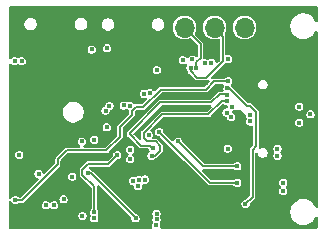
<source format=gbr>
%TF.GenerationSoftware,KiCad,Pcbnew,9.0.0*%
%TF.CreationDate,2025-06-12T14:50:32+02:00*%
%TF.ProjectId,hardware v4 pro max,68617264-7761-4726-9520-76342070726f,rev?*%
%TF.SameCoordinates,Original*%
%TF.FileFunction,Copper,L3,Inr*%
%TF.FilePolarity,Positive*%
%FSLAX46Y46*%
G04 Gerber Fmt 4.6, Leading zero omitted, Abs format (unit mm)*
G04 Created by KiCad (PCBNEW 9.0.0) date 2025-06-12 14:50:32*
%MOMM*%
%LPD*%
G01*
G04 APERTURE LIST*
%TA.AperFunction,ComponentPad*%
%ADD10R,1.700000X1.700000*%
%TD*%
%TA.AperFunction,ComponentPad*%
%ADD11O,1.700000X1.700000*%
%TD*%
%TA.AperFunction,ViaPad*%
%ADD12C,0.400000*%
%TD*%
%TA.AperFunction,Conductor*%
%ADD13C,0.150000*%
%TD*%
G04 APERTURE END LIST*
D10*
%TO.N,GND*%
%TO.C,J3*%
X148570000Y-92965000D03*
D11*
%TO.N,+3.3V*%
X146030000Y-92965000D03*
%TO.N,OLED_SCL*%
X143490000Y-92965000D03*
%TO.N,OLED_SDA*%
X140950000Y-92965000D03*
%TD*%
D12*
%TO.N,Net-(BT1-+)*%
X126950000Y-103730000D03*
%TO.N,GND*%
X135400000Y-98100000D03*
X131310840Y-101330404D03*
X138430000Y-107710000D03*
X137800000Y-93200000D03*
X146150000Y-96180000D03*
X130060000Y-91880000D03*
X130550000Y-95950000D03*
X128800000Y-93300000D03*
X141830000Y-107780000D03*
X129950000Y-98550000D03*
X143900000Y-104190000D03*
X129950000Y-95700000D03*
X129150000Y-95700000D03*
X136200000Y-109700000D03*
X134400000Y-105600000D03*
X137300000Y-97020000D03*
X147060000Y-94160000D03*
X128350000Y-97950000D03*
X131100000Y-109700000D03*
X135300000Y-105700000D03*
X126420000Y-105370000D03*
X138200000Y-95450000D03*
X126900000Y-102200000D03*
X139350000Y-95300000D03*
X145070000Y-107210000D03*
X127670000Y-93820000D03*
X136680000Y-107530000D03*
X151580000Y-97700000D03*
X131300000Y-93300000D03*
X133950000Y-96050000D03*
X131850000Y-96050000D03*
X130600000Y-106100000D03*
X145380000Y-97520000D03*
X138100000Y-104400000D03*
X134000000Y-98100000D03*
X142900000Y-94250000D03*
X146290000Y-96930000D03*
X133300000Y-98100000D03*
X141680000Y-99810000D03*
X131200000Y-98100000D03*
X130550000Y-98300000D03*
X135810000Y-107500000D03*
X131940404Y-101279160D03*
X148720000Y-106660000D03*
X130600000Y-99340000D03*
X136150000Y-97630000D03*
X127520000Y-108410000D03*
X135200000Y-109700000D03*
X144490000Y-106720000D03*
X132320000Y-99200000D03*
X126360000Y-93240000D03*
X128350000Y-96300000D03*
X132460000Y-100920000D03*
X141290000Y-94240000D03*
X142740000Y-108990000D03*
X148640000Y-91490000D03*
X142720000Y-97690000D03*
X129580000Y-109500000D03*
X127450000Y-108990000D03*
X133150000Y-96050000D03*
X131900000Y-107000000D03*
X144680000Y-91590000D03*
X131119596Y-98980840D03*
X128350000Y-97150000D03*
X148330000Y-97680000D03*
X140630000Y-100860000D03*
X128680000Y-103360000D03*
X129150000Y-98550000D03*
X129500000Y-106400000D03*
X136990000Y-102010000D03*
X126300000Y-102200000D03*
X143710000Y-95520000D03*
X142750000Y-95350000D03*
X139510000Y-97630000D03*
X141680000Y-100860000D03*
X151050000Y-103950000D03*
X126360000Y-91560000D03*
X133820000Y-95330000D03*
X143300000Y-105300000D03*
X145080000Y-107770000D03*
X139580000Y-100860000D03*
X129200000Y-107000000D03*
X136590000Y-91750000D03*
X151050000Y-103150000D03*
X136000000Y-100210000D03*
X140420000Y-108740000D03*
X131300000Y-94000000D03*
X130329596Y-99910840D03*
X130000000Y-107000000D03*
X131900000Y-98100000D03*
X128350000Y-95700000D03*
X133230000Y-91600000D03*
X151930000Y-107340000D03*
X140420000Y-91540000D03*
X144730000Y-94040000D03*
X147260000Y-91500000D03*
X150400000Y-104550000D03*
X132300000Y-101950000D03*
X130610000Y-104330000D03*
X146100000Y-104100000D03*
X137490000Y-98030000D03*
X137980000Y-97020000D03*
X135370000Y-100720000D03*
X139690000Y-93490000D03*
X126490000Y-106010000D03*
X135950000Y-96050000D03*
X130380840Y-100540404D03*
X142600000Y-106230000D03*
X139520000Y-91550000D03*
X135400000Y-93200000D03*
X137600000Y-107520000D03*
X132500000Y-95500000D03*
X128350000Y-98550000D03*
X145870000Y-107290000D03*
X134700000Y-98100000D03*
X151760000Y-91550000D03*
X144460000Y-107790000D03*
X131150000Y-96050000D03*
X135840000Y-103590000D03*
X133700000Y-107000000D03*
X151960000Y-109660000D03*
X127670000Y-105340000D03*
X138100000Y-105200000D03*
X128800000Y-94000000D03*
X134950000Y-102000000D03*
X132600000Y-98100000D03*
X133970000Y-103730000D03*
X127430000Y-109590000D03*
X142730000Y-98760000D03*
X149460000Y-109500000D03*
X141680000Y-98760000D03*
X147440000Y-97030000D03*
X149780000Y-107600000D03*
X132679160Y-99719596D03*
X142730000Y-99810000D03*
X131749160Y-98929596D03*
X149150000Y-104550000D03*
X134700000Y-96050000D03*
X145340000Y-100170000D03*
X148780000Y-102170000D03*
X142730000Y-100860000D03*
X141800000Y-97680000D03*
X130740000Y-101060000D03*
X132730404Y-100349160D03*
X134070000Y-102820000D03*
X127120000Y-105730000D03*
X137020000Y-100090000D03*
%TO.N,+3.3V*%
X137090000Y-105890000D03*
X136580000Y-105940000D03*
X135790000Y-99550000D03*
X144950000Y-99650000D03*
X144650000Y-95630000D03*
X137900000Y-102050000D03*
X128580000Y-105330000D03*
X134350000Y-101400000D03*
X140800000Y-95700000D03*
X138600000Y-96550000D03*
X132250000Y-102600000D03*
X126550000Y-95800000D03*
X136310000Y-99560000D03*
X133300000Y-102450000D03*
X134380000Y-94710000D03*
X141600000Y-95650000D03*
X144600000Y-103200000D03*
X137015000Y-106400000D03*
X127150000Y-95800000D03*
X137595000Y-105825000D03*
%TO.N,vusb*%
X132300000Y-108900000D03*
X133300000Y-109100000D03*
X151600000Y-100300000D03*
X130700000Y-107500000D03*
X149300000Y-106100000D03*
X149300000Y-106800000D03*
%TO.N,B2*%
X143210000Y-95940000D03*
%TO.N,B1*%
X133080000Y-94810000D03*
X142660000Y-95960000D03*
%TO.N,FSPIWP*%
X140400000Y-102600000D03*
X145400000Y-104700000D03*
%TO.N,OLED_SCL*%
X141450000Y-96350000D03*
%TO.N,OLED_SDA*%
X141950000Y-96350000D03*
%TO.N,FSPICS2*%
X144570000Y-98100000D03*
X146100000Y-107900000D03*
%TO.N,Net-(PA1010D1-RX)*%
X136350000Y-104100000D03*
%TO.N,Net-(PA1010D1-TX)*%
X136350000Y-103300000D03*
%TO.N,GPSRX*%
X138150000Y-103800000D03*
X144500000Y-99150000D03*
%TO.N,GPSTX*%
X138250000Y-103150000D03*
X144560000Y-98640000D03*
%TO.N,BAT+*%
X148800000Y-103200000D03*
X138570413Y-109190391D03*
X129900000Y-108000000D03*
X138550000Y-109690000D03*
X129200000Y-108000000D03*
X138570000Y-108710000D03*
X148800000Y-103800000D03*
%TO.N,D+*%
X146500000Y-100400000D03*
X150650000Y-101000000D03*
%TO.N,D-*%
X150650000Y-99650000D03*
X146500000Y-100900000D03*
%TO.N,FSPIQ*%
X145400000Y-106100000D03*
X138800000Y-101800000D03*
%TO.N,LED_PWM*%
X144630000Y-97510000D03*
X126610000Y-107540000D03*
%TO.N,EN*%
X136800000Y-109100000D03*
X132800000Y-105300000D03*
%TO.N,Net-(IC1-VDDA3P3_1)*%
X134580000Y-99590000D03*
X134260000Y-99980000D03*
X138010000Y-98520000D03*
X137510000Y-98560000D03*
%TO.N,KILL*%
X135250000Y-103750000D03*
X133300000Y-108600000D03*
%TO.N,Net-(IC4-~{PB})*%
X131440000Y-105570000D03*
%TO.N,GPIO_SUP_1*%
X144890000Y-100540000D03*
%TO.N,GPIO_SUP_2*%
X144500000Y-100150000D03*
%TD*%
D13*
%TO.N,FSPIWP*%
X145400000Y-104700000D02*
X142500000Y-104700000D01*
X142500000Y-104700000D02*
X140400000Y-102600000D01*
%TO.N,OLED_SCL*%
X141450000Y-96650000D02*
X141990000Y-97190000D01*
X144170000Y-95810000D02*
X144170000Y-93720000D01*
X141450000Y-96350000D02*
X141450000Y-96650000D01*
X143490000Y-93500000D02*
X143490000Y-92965000D01*
X141990000Y-97190000D02*
X142790000Y-97190000D01*
X142790000Y-97190000D02*
X144170000Y-95810000D01*
X144170000Y-93720000D02*
X143500000Y-93050000D01*
%TO.N,OLED_SDA*%
X142300000Y-95550000D02*
X142300000Y-94350000D01*
X142300000Y-94350000D02*
X140950000Y-93000000D01*
X141950000Y-96350000D02*
X141950000Y-95900000D01*
X141950000Y-95900000D02*
X142300000Y-95550000D01*
%TO.N,FSPICS2*%
X146200000Y-99600000D02*
X146500000Y-99600000D01*
X146700000Y-103300000D02*
X146700000Y-107300000D01*
X147000000Y-103000000D02*
X146700000Y-103300000D01*
X146700000Y-107300000D02*
X146100000Y-107900000D01*
X146500000Y-99600000D02*
X147000000Y-100100000D01*
X147000000Y-100100000D02*
X147000000Y-103000000D01*
X144570000Y-98100000D02*
X144700000Y-98100000D01*
X144700000Y-98100000D02*
X146200000Y-99600000D01*
%TO.N,GPSRX*%
X138850000Y-103400000D02*
X138850000Y-102950000D01*
X138500000Y-102600000D02*
X137790000Y-102600000D01*
X142950000Y-100300000D02*
X144110000Y-99140000D01*
X138850000Y-102950000D02*
X138500000Y-102600000D01*
X137480000Y-101870000D02*
X139050000Y-100300000D01*
X139050000Y-100300000D02*
X142950000Y-100300000D01*
X137790000Y-102600000D02*
X137480000Y-102290000D01*
X138150000Y-103800000D02*
X138450000Y-103800000D01*
X138450000Y-103800000D02*
X138850000Y-103400000D01*
X137480000Y-102290000D02*
X137480000Y-101870000D01*
X144110000Y-99140000D02*
X144510000Y-99140000D01*
%TO.N,GPSTX*%
X138050000Y-102950000D02*
X137250000Y-102950000D01*
X138890000Y-99300000D02*
X143220000Y-99300000D01*
X144560000Y-98610000D02*
X144590000Y-98640000D01*
X138250000Y-103150000D02*
X138050000Y-102950000D01*
X137250000Y-102950000D02*
X136300000Y-102000000D01*
X143220000Y-99300000D02*
X143910000Y-98610000D01*
X143910000Y-98610000D02*
X144560000Y-98610000D01*
X136300000Y-101890000D02*
X138890000Y-99300000D01*
X144560000Y-98640000D02*
X144550000Y-98650000D01*
X136300000Y-102000000D02*
X136300000Y-101890000D01*
%TO.N,FSPIQ*%
X138800000Y-101800000D02*
X143100000Y-106100000D01*
X143100000Y-106100000D02*
X145400000Y-106100000D01*
%TO.N,LED_PWM*%
X138920000Y-98220000D02*
X137450000Y-99690000D01*
X137450000Y-99690000D02*
X136810000Y-99690000D01*
X136480000Y-100350000D02*
X135470000Y-101360000D01*
X143440000Y-97510000D02*
X142730000Y-98220000D01*
X130210000Y-104530000D02*
X127160000Y-107580000D01*
X130210000Y-104110000D02*
X130210000Y-104530000D01*
X127160000Y-107580000D02*
X126640000Y-107580000D01*
X135470000Y-101360000D02*
X135470000Y-102210000D01*
X136810000Y-99690000D02*
X136480000Y-100020000D01*
X130970000Y-103350000D02*
X130210000Y-104110000D01*
X142730000Y-98220000D02*
X138920000Y-98220000D01*
X135470000Y-102210000D02*
X134330000Y-103350000D01*
X134330000Y-103350000D02*
X130970000Y-103350000D01*
X136480000Y-100020000D02*
X136480000Y-100350000D01*
X126640000Y-107580000D02*
X126600000Y-107540000D01*
X144630000Y-97510000D02*
X143440000Y-97510000D01*
%TO.N,EN*%
X133000000Y-105300000D02*
X132800000Y-105300000D01*
X136800000Y-109100000D02*
X133000000Y-105300000D01*
%TO.N,KILL*%
X133300000Y-106400000D02*
X133300000Y-108600000D01*
X134500000Y-104500000D02*
X132800000Y-104500000D01*
X135250000Y-103750000D02*
X134500000Y-104500000D01*
X132800000Y-104500000D02*
X132300000Y-105000000D01*
X132300000Y-105400000D02*
X133300000Y-106400000D01*
X132300000Y-105000000D02*
X132300000Y-105400000D01*
%TD*%
%TA.AperFunction,Conductor*%
%TO.N,GND*%
G36*
X152192539Y-91190185D02*
G01*
X152238294Y-91242989D01*
X152249500Y-91294500D01*
X152249500Y-92361725D01*
X152229815Y-92428764D01*
X152177011Y-92474519D01*
X152107853Y-92484463D01*
X152044297Y-92455438D01*
X152015015Y-92418020D01*
X151941231Y-92273211D01*
X151934899Y-92264496D01*
X151839414Y-92133072D01*
X151716928Y-92010586D01*
X151576788Y-91908768D01*
X151422445Y-91830127D01*
X151257701Y-91776598D01*
X151257699Y-91776597D01*
X151257698Y-91776597D01*
X151126271Y-91755781D01*
X151086611Y-91749500D01*
X150913389Y-91749500D01*
X150873728Y-91755781D01*
X150742302Y-91776597D01*
X150577552Y-91830128D01*
X150423211Y-91908768D01*
X150359812Y-91954831D01*
X150283072Y-92010586D01*
X150283070Y-92010588D01*
X150283069Y-92010588D01*
X150160588Y-92133069D01*
X150160588Y-92133070D01*
X150160586Y-92133072D01*
X150152283Y-92144500D01*
X150058768Y-92273211D01*
X149980128Y-92427552D01*
X149926597Y-92592302D01*
X149899744Y-92761845D01*
X149899500Y-92763386D01*
X149899500Y-92936610D01*
X149926250Y-93105507D01*
X149926598Y-93107701D01*
X149980127Y-93272445D01*
X150058768Y-93426788D01*
X150160586Y-93566928D01*
X150283072Y-93689414D01*
X150423212Y-93791232D01*
X150577555Y-93869873D01*
X150742299Y-93923402D01*
X150913389Y-93950500D01*
X150913390Y-93950500D01*
X151086610Y-93950500D01*
X151086611Y-93950500D01*
X151257701Y-93923402D01*
X151422445Y-93869873D01*
X151576788Y-93791232D01*
X151716928Y-93689414D01*
X151839414Y-93566928D01*
X151941232Y-93426788D01*
X152015015Y-93281980D01*
X152062989Y-93231183D01*
X152130810Y-93214388D01*
X152196945Y-93236925D01*
X152240397Y-93291640D01*
X152249500Y-93338274D01*
X152249500Y-108091725D01*
X152229815Y-108158764D01*
X152177011Y-108204519D01*
X152107853Y-108214463D01*
X152044297Y-108185438D01*
X152015015Y-108148020D01*
X151986331Y-108091725D01*
X151941232Y-108003212D01*
X151839414Y-107863072D01*
X151716928Y-107740586D01*
X151576788Y-107638768D01*
X151448469Y-107573387D01*
X151422447Y-107560128D01*
X151422446Y-107560127D01*
X151422445Y-107560127D01*
X151257701Y-107506598D01*
X151257699Y-107506597D01*
X151257698Y-107506597D01*
X151126271Y-107485781D01*
X151086611Y-107479500D01*
X150913389Y-107479500D01*
X150873728Y-107485781D01*
X150742302Y-107506597D01*
X150577552Y-107560128D01*
X150423211Y-107638768D01*
X150359875Y-107684785D01*
X150283072Y-107740586D01*
X150283070Y-107740588D01*
X150283069Y-107740588D01*
X150160588Y-107863069D01*
X150160588Y-107863070D01*
X150160586Y-107863072D01*
X150119395Y-107919766D01*
X150058768Y-108003211D01*
X149980128Y-108157552D01*
X149926597Y-108322302D01*
X149899746Y-108491834D01*
X149899500Y-108493389D01*
X149899500Y-108666611D01*
X149902379Y-108684788D01*
X149916411Y-108773387D01*
X149926598Y-108837701D01*
X149980127Y-109002445D01*
X150058768Y-109156788D01*
X150160586Y-109296928D01*
X150283072Y-109419414D01*
X150423212Y-109521232D01*
X150577555Y-109599873D01*
X150742299Y-109653402D01*
X150913389Y-109680500D01*
X150913390Y-109680500D01*
X151086610Y-109680500D01*
X151086611Y-109680500D01*
X151257701Y-109653402D01*
X151422445Y-109599873D01*
X151576788Y-109521232D01*
X151716928Y-109419414D01*
X151839414Y-109296928D01*
X151941232Y-109156788D01*
X152003139Y-109035288D01*
X152015015Y-109011980D01*
X152062989Y-108961183D01*
X152130810Y-108944388D01*
X152196945Y-108966925D01*
X152240397Y-109021640D01*
X152249500Y-109068274D01*
X152249500Y-109845500D01*
X152229815Y-109912539D01*
X152177011Y-109958294D01*
X152125500Y-109969500D01*
X138999572Y-109969500D01*
X138932533Y-109949815D01*
X138886778Y-109897011D01*
X138876834Y-109827853D01*
X138879794Y-109813418D01*
X138900500Y-109736144D01*
X138900500Y-109643856D01*
X138876614Y-109554712D01*
X138856499Y-109519872D01*
X138840026Y-109451976D01*
X138856499Y-109395874D01*
X138897027Y-109325679D01*
X138920913Y-109236535D01*
X138920913Y-109144247D01*
X138897027Y-109055103D01*
X138897026Y-109055101D01*
X138897026Y-109055100D01*
X138872048Y-109011839D01*
X138855574Y-108943939D01*
X138872048Y-108887836D01*
X138896614Y-108845288D01*
X138920500Y-108756144D01*
X138920500Y-108663856D01*
X138896614Y-108574712D01*
X138895849Y-108573387D01*
X138850473Y-108494794D01*
X138850470Y-108494791D01*
X138850469Y-108494788D01*
X138785212Y-108429531D01*
X138785209Y-108429529D01*
X138785205Y-108429526D01*
X138705293Y-108383388D01*
X138705290Y-108383387D01*
X138705289Y-108383386D01*
X138705288Y-108383386D01*
X138616144Y-108359500D01*
X138523856Y-108359500D01*
X138434712Y-108383386D01*
X138434711Y-108383386D01*
X138434709Y-108383387D01*
X138434706Y-108383388D01*
X138354794Y-108429526D01*
X138354785Y-108429533D01*
X138289533Y-108494785D01*
X138289526Y-108494794D01*
X138243388Y-108574706D01*
X138243387Y-108574709D01*
X138243386Y-108574711D01*
X138243386Y-108574712D01*
X138219500Y-108663856D01*
X138219500Y-108756144D01*
X138236485Y-108819533D01*
X138243386Y-108845288D01*
X138268365Y-108888552D01*
X138284838Y-108956452D01*
X138268365Y-109012554D01*
X138243799Y-109055101D01*
X138219913Y-109144247D01*
X138219913Y-109236534D01*
X138243799Y-109325681D01*
X138263912Y-109360515D01*
X138280386Y-109428415D01*
X138263913Y-109484518D01*
X138223386Y-109554710D01*
X138211285Y-109599873D01*
X138199500Y-109643856D01*
X138199500Y-109736144D01*
X138220202Y-109813408D01*
X138218540Y-109883256D01*
X138179378Y-109941119D01*
X138115149Y-109968623D01*
X138100428Y-109969500D01*
X126174500Y-109969500D01*
X126107461Y-109949815D01*
X126061706Y-109897011D01*
X126050500Y-109845500D01*
X126050500Y-108853856D01*
X131949500Y-108853856D01*
X131949500Y-108946144D01*
X131967294Y-109012554D01*
X131973387Y-109035290D01*
X131973388Y-109035293D01*
X132019526Y-109115205D01*
X132019529Y-109115209D01*
X132019531Y-109115212D01*
X132084788Y-109180469D01*
X132084791Y-109180470D01*
X132084794Y-109180473D01*
X132164706Y-109226611D01*
X132164707Y-109226611D01*
X132164712Y-109226614D01*
X132253856Y-109250500D01*
X132253858Y-109250500D01*
X132346142Y-109250500D01*
X132346144Y-109250500D01*
X132435288Y-109226614D01*
X132515212Y-109180469D01*
X132580469Y-109115212D01*
X132626614Y-109035288D01*
X132650500Y-108946144D01*
X132650500Y-108853856D01*
X132626614Y-108764712D01*
X132626611Y-108764706D01*
X132580473Y-108684794D01*
X132580470Y-108684791D01*
X132580469Y-108684788D01*
X132515212Y-108619531D01*
X132515209Y-108619529D01*
X132515205Y-108619526D01*
X132435293Y-108573388D01*
X132435290Y-108573387D01*
X132435289Y-108573386D01*
X132435288Y-108573386D01*
X132346144Y-108549500D01*
X132253856Y-108549500D01*
X132164712Y-108573386D01*
X132164711Y-108573386D01*
X132164709Y-108573387D01*
X132164706Y-108573388D01*
X132084794Y-108619526D01*
X132084785Y-108619533D01*
X132019533Y-108684785D01*
X132019526Y-108684794D01*
X131973388Y-108764706D01*
X131973387Y-108764709D01*
X131973386Y-108764711D01*
X131973386Y-108764712D01*
X131949500Y-108853856D01*
X126050500Y-108853856D01*
X126050500Y-107953856D01*
X128849500Y-107953856D01*
X128849500Y-108046144D01*
X128868007Y-108115214D01*
X128873387Y-108135290D01*
X128873388Y-108135293D01*
X128919526Y-108215205D01*
X128919529Y-108215209D01*
X128919531Y-108215212D01*
X128984788Y-108280469D01*
X128984791Y-108280470D01*
X128984794Y-108280473D01*
X129064706Y-108326611D01*
X129064707Y-108326611D01*
X129064712Y-108326614D01*
X129153856Y-108350500D01*
X129153858Y-108350500D01*
X129246142Y-108350500D01*
X129246144Y-108350500D01*
X129335288Y-108326614D01*
X129415212Y-108280469D01*
X129462319Y-108233362D01*
X129523642Y-108199877D01*
X129593334Y-108204861D01*
X129637681Y-108233362D01*
X129684788Y-108280469D01*
X129684791Y-108280470D01*
X129684794Y-108280473D01*
X129764706Y-108326611D01*
X129764707Y-108326611D01*
X129764712Y-108326614D01*
X129853856Y-108350500D01*
X129853858Y-108350500D01*
X129946142Y-108350500D01*
X129946144Y-108350500D01*
X130035288Y-108326614D01*
X130115212Y-108280469D01*
X130180469Y-108215212D01*
X130226614Y-108135288D01*
X130250500Y-108046144D01*
X130250500Y-107953856D01*
X130226614Y-107864712D01*
X130180469Y-107784788D01*
X130115212Y-107719531D01*
X130115209Y-107719529D01*
X130115205Y-107719526D01*
X130035293Y-107673388D01*
X130035290Y-107673387D01*
X130035289Y-107673386D01*
X130035288Y-107673386D01*
X129946144Y-107649500D01*
X129853856Y-107649500D01*
X129764712Y-107673386D01*
X129764711Y-107673386D01*
X129764709Y-107673387D01*
X129764706Y-107673388D01*
X129684794Y-107719526D01*
X129684785Y-107719533D01*
X129637681Y-107766638D01*
X129576358Y-107800123D01*
X129506666Y-107795139D01*
X129462319Y-107766638D01*
X129415214Y-107719533D01*
X129415212Y-107719531D01*
X129415209Y-107719529D01*
X129415205Y-107719526D01*
X129335293Y-107673388D01*
X129335290Y-107673387D01*
X129335289Y-107673386D01*
X129335288Y-107673386D01*
X129246144Y-107649500D01*
X129153856Y-107649500D01*
X129064712Y-107673386D01*
X129064711Y-107673386D01*
X129064709Y-107673387D01*
X129064706Y-107673388D01*
X128984794Y-107719526D01*
X128984785Y-107719533D01*
X128919533Y-107784785D01*
X128919526Y-107784794D01*
X128873388Y-107864706D01*
X128873387Y-107864709D01*
X128873386Y-107864711D01*
X128873386Y-107864712D01*
X128849500Y-107953856D01*
X126050500Y-107953856D01*
X126050500Y-107734692D01*
X126070185Y-107667653D01*
X126122989Y-107621898D01*
X126192147Y-107611954D01*
X126255703Y-107640979D01*
X126281887Y-107672691D01*
X126283385Y-107675286D01*
X126283386Y-107675288D01*
X126329531Y-107755212D01*
X126394788Y-107820469D01*
X126394791Y-107820470D01*
X126394794Y-107820473D01*
X126474706Y-107866611D01*
X126474707Y-107866611D01*
X126474712Y-107866614D01*
X126563856Y-107890500D01*
X126563858Y-107890500D01*
X126656142Y-107890500D01*
X126656144Y-107890500D01*
X126745288Y-107866614D01*
X126822365Y-107822112D01*
X126884365Y-107805500D01*
X127100703Y-107805500D01*
X127100711Y-107805501D01*
X127115145Y-107805501D01*
X127204854Y-107805501D01*
X127204855Y-107805501D01*
X127265308Y-107780460D01*
X127287736Y-107771170D01*
X127351170Y-107707736D01*
X127351170Y-107707734D01*
X127605048Y-107453856D01*
X130349500Y-107453856D01*
X130349500Y-107546144D01*
X130356800Y-107573387D01*
X130369162Y-107619526D01*
X130373386Y-107635288D01*
X130419531Y-107715212D01*
X130484788Y-107780469D01*
X130484791Y-107780470D01*
X130484794Y-107780473D01*
X130564706Y-107826611D01*
X130564707Y-107826611D01*
X130564712Y-107826614D01*
X130653856Y-107850500D01*
X130653858Y-107850500D01*
X130746142Y-107850500D01*
X130746144Y-107850500D01*
X130835288Y-107826614D01*
X130915212Y-107780469D01*
X130980469Y-107715212D01*
X131026614Y-107635288D01*
X131050500Y-107546144D01*
X131050500Y-107453856D01*
X131026614Y-107364712D01*
X131019082Y-107351666D01*
X130980473Y-107284794D01*
X130980470Y-107284791D01*
X130980469Y-107284788D01*
X130915212Y-107219531D01*
X130915209Y-107219529D01*
X130915205Y-107219526D01*
X130835293Y-107173388D01*
X130835290Y-107173387D01*
X130835289Y-107173386D01*
X130835288Y-107173386D01*
X130746144Y-107149500D01*
X130653856Y-107149500D01*
X130564712Y-107173386D01*
X130564711Y-107173386D01*
X130564709Y-107173387D01*
X130564706Y-107173388D01*
X130484794Y-107219526D01*
X130484785Y-107219533D01*
X130419533Y-107284785D01*
X130419526Y-107284794D01*
X130373388Y-107364706D01*
X130373387Y-107364709D01*
X130373386Y-107364711D01*
X130373386Y-107364712D01*
X130349500Y-107453856D01*
X127605048Y-107453856D01*
X129535049Y-105523856D01*
X131089500Y-105523856D01*
X131089500Y-105616144D01*
X131113299Y-105704964D01*
X131113387Y-105705290D01*
X131113388Y-105705293D01*
X131159526Y-105785205D01*
X131159529Y-105785209D01*
X131159531Y-105785212D01*
X131224788Y-105850469D01*
X131224791Y-105850470D01*
X131224794Y-105850473D01*
X131304706Y-105896611D01*
X131304707Y-105896611D01*
X131304712Y-105896614D01*
X131393856Y-105920500D01*
X131393858Y-105920500D01*
X131486142Y-105920500D01*
X131486144Y-105920500D01*
X131575288Y-105896614D01*
X131655212Y-105850469D01*
X131720469Y-105785212D01*
X131766614Y-105705288D01*
X131790500Y-105616144D01*
X131790500Y-105523856D01*
X131766614Y-105434712D01*
X131766611Y-105434706D01*
X131720473Y-105354794D01*
X131720470Y-105354791D01*
X131720469Y-105354788D01*
X131655212Y-105289531D01*
X131655209Y-105289529D01*
X131655205Y-105289526D01*
X131575293Y-105243388D01*
X131575290Y-105243387D01*
X131575289Y-105243386D01*
X131575288Y-105243386D01*
X131486144Y-105219500D01*
X131393856Y-105219500D01*
X131304712Y-105243386D01*
X131304711Y-105243386D01*
X131304709Y-105243387D01*
X131304706Y-105243388D01*
X131224794Y-105289526D01*
X131224785Y-105289533D01*
X131159533Y-105354785D01*
X131159526Y-105354794D01*
X131113388Y-105434706D01*
X131113387Y-105434709D01*
X131113386Y-105434711D01*
X131113386Y-105434712D01*
X131089500Y-105523856D01*
X129535049Y-105523856D01*
X130103761Y-104955145D01*
X132074499Y-104955145D01*
X132074499Y-105044855D01*
X132074499Y-105044856D01*
X132074500Y-105059293D01*
X132074500Y-105345142D01*
X132074499Y-105345156D01*
X132074499Y-105444855D01*
X132086778Y-105474497D01*
X132086779Y-105474500D01*
X132108830Y-105527736D01*
X132189700Y-105608606D01*
X132189706Y-105608611D01*
X133038181Y-106457086D01*
X133071666Y-106518409D01*
X133074500Y-106544767D01*
X133074500Y-108278457D01*
X133054815Y-108345496D01*
X133038181Y-108366138D01*
X133019533Y-108384785D01*
X133019526Y-108384794D01*
X132973388Y-108464706D01*
X132973387Y-108464709D01*
X132973386Y-108464711D01*
X132973386Y-108464712D01*
X132949500Y-108553856D01*
X132949500Y-108646144D01*
X132967462Y-108713181D01*
X132973387Y-108735290D01*
X132973387Y-108735291D01*
X133003819Y-108788000D01*
X133020292Y-108855900D01*
X133003819Y-108912000D01*
X132973387Y-108964708D01*
X132973387Y-108964709D01*
X132973386Y-108964711D01*
X132973386Y-108964712D01*
X132949500Y-109053856D01*
X132949500Y-109146144D01*
X132971061Y-109226612D01*
X132973387Y-109235290D01*
X132973388Y-109235293D01*
X133019526Y-109315205D01*
X133019529Y-109315209D01*
X133019531Y-109315212D01*
X133084788Y-109380469D01*
X133084791Y-109380470D01*
X133084794Y-109380473D01*
X133164706Y-109426611D01*
X133164707Y-109426611D01*
X133164712Y-109426614D01*
X133253856Y-109450500D01*
X133253858Y-109450500D01*
X133346142Y-109450500D01*
X133346144Y-109450500D01*
X133435288Y-109426614D01*
X133515212Y-109380469D01*
X133580469Y-109315212D01*
X133626614Y-109235288D01*
X133650500Y-109146144D01*
X133650500Y-109053856D01*
X133626614Y-108964712D01*
X133626613Y-108964711D01*
X133626613Y-108964709D01*
X133596181Y-108912002D01*
X133579707Y-108844102D01*
X133596181Y-108787998D01*
X133604617Y-108773388D01*
X133626614Y-108735288D01*
X133650500Y-108646144D01*
X133650500Y-108553856D01*
X133626614Y-108464712D01*
X133626611Y-108464706D01*
X133580473Y-108384794D01*
X133580470Y-108384791D01*
X133580469Y-108384788D01*
X133561819Y-108366138D01*
X133528334Y-108304815D01*
X133525500Y-108278457D01*
X133525500Y-106459289D01*
X133525501Y-106443760D01*
X133529731Y-106429355D01*
X133529202Y-106429223D01*
X133529203Y-106429219D01*
X133529732Y-106429351D01*
X133536395Y-106406666D01*
X133545186Y-106376729D01*
X133545188Y-106376726D01*
X133545190Y-106376722D01*
X133581590Y-106345185D01*
X133597990Y-106330974D01*
X133597992Y-106330973D01*
X133597997Y-106330970D01*
X133638244Y-106325185D01*
X133667148Y-106321030D01*
X133667151Y-106321031D01*
X133667156Y-106321031D01*
X133701478Y-106336708D01*
X133730704Y-106350055D01*
X133730708Y-106350059D01*
X133730710Y-106350060D01*
X133730710Y-106350061D01*
X133737182Y-106356087D01*
X136413181Y-109032086D01*
X136446666Y-109093409D01*
X136449500Y-109119767D01*
X136449500Y-109146144D01*
X136471061Y-109226612D01*
X136473387Y-109235290D01*
X136473388Y-109235293D01*
X136519526Y-109315205D01*
X136519529Y-109315209D01*
X136519531Y-109315212D01*
X136584788Y-109380469D01*
X136584791Y-109380470D01*
X136584794Y-109380473D01*
X136664706Y-109426611D01*
X136664707Y-109426611D01*
X136664712Y-109426614D01*
X136753856Y-109450500D01*
X136753858Y-109450500D01*
X136846142Y-109450500D01*
X136846144Y-109450500D01*
X136935288Y-109426614D01*
X137015212Y-109380469D01*
X137080469Y-109315212D01*
X137126614Y-109235288D01*
X137150500Y-109146144D01*
X137150500Y-109053856D01*
X137126614Y-108964712D01*
X137126611Y-108964706D01*
X137080473Y-108884794D01*
X137080470Y-108884791D01*
X137080469Y-108884788D01*
X137015212Y-108819531D01*
X137015209Y-108819529D01*
X137015205Y-108819526D01*
X136935293Y-108773388D01*
X136935290Y-108773387D01*
X136935289Y-108773386D01*
X136935288Y-108773386D01*
X136846144Y-108749500D01*
X136846143Y-108749500D01*
X136819767Y-108749500D01*
X136752728Y-108729815D01*
X136732086Y-108713181D01*
X133912761Y-105893856D01*
X136229500Y-105893856D01*
X136229500Y-105986144D01*
X136247643Y-106053856D01*
X136253387Y-106075290D01*
X136253388Y-106075293D01*
X136299526Y-106155205D01*
X136299529Y-106155209D01*
X136299531Y-106155212D01*
X136364788Y-106220469D01*
X136364791Y-106220470D01*
X136364794Y-106220473D01*
X136444706Y-106266611D01*
X136444707Y-106266611D01*
X136444712Y-106266614D01*
X136533856Y-106290500D01*
X136533858Y-106290500D01*
X136540500Y-106290500D01*
X136607539Y-106310185D01*
X136653294Y-106362989D01*
X136664500Y-106414500D01*
X136664500Y-106446144D01*
X136683863Y-106518409D01*
X136688387Y-106535290D01*
X136688388Y-106535293D01*
X136734526Y-106615205D01*
X136734529Y-106615209D01*
X136734531Y-106615212D01*
X136799788Y-106680469D01*
X136799791Y-106680470D01*
X136799794Y-106680473D01*
X136879706Y-106726611D01*
X136879707Y-106726611D01*
X136879712Y-106726614D01*
X136968856Y-106750500D01*
X136968858Y-106750500D01*
X137061142Y-106750500D01*
X137061144Y-106750500D01*
X137150288Y-106726614D01*
X137230212Y-106680469D01*
X137295469Y-106615212D01*
X137341614Y-106535288D01*
X137365500Y-106446144D01*
X137365500Y-106353856D01*
X137355417Y-106316225D01*
X137357080Y-106246379D01*
X137396242Y-106188516D01*
X137460470Y-106161012D01*
X137507283Y-106164360D01*
X137548856Y-106175500D01*
X137548858Y-106175500D01*
X137641142Y-106175500D01*
X137641144Y-106175500D01*
X137730288Y-106151614D01*
X137810212Y-106105469D01*
X137875469Y-106040212D01*
X137921614Y-105960288D01*
X137945500Y-105871144D01*
X137945500Y-105778856D01*
X137921614Y-105689712D01*
X137921611Y-105689706D01*
X137875473Y-105609794D01*
X137875470Y-105609791D01*
X137875469Y-105609788D01*
X137810212Y-105544531D01*
X137810209Y-105544529D01*
X137810205Y-105544526D01*
X137730293Y-105498388D01*
X137730290Y-105498387D01*
X137730289Y-105498386D01*
X137730288Y-105498386D01*
X137641144Y-105474500D01*
X137548856Y-105474500D01*
X137459712Y-105498386D01*
X137459711Y-105498386D01*
X137459709Y-105498387D01*
X137459706Y-105498388D01*
X137379794Y-105544526D01*
X137379785Y-105544533D01*
X137378557Y-105545762D01*
X137377266Y-105546466D01*
X137373342Y-105549478D01*
X137372872Y-105548865D01*
X137317231Y-105579242D01*
X137247540Y-105574253D01*
X137228877Y-105565458D01*
X137225290Y-105563386D01*
X137165858Y-105547462D01*
X137136144Y-105539500D01*
X137043856Y-105539500D01*
X136954712Y-105563386D01*
X136954711Y-105563386D01*
X136954709Y-105563387D01*
X136954706Y-105563388D01*
X136874787Y-105609530D01*
X136869166Y-105613844D01*
X136803996Y-105639035D01*
X136735552Y-105624994D01*
X136731683Y-105622851D01*
X136715293Y-105613388D01*
X136715290Y-105613387D01*
X136715289Y-105613386D01*
X136715288Y-105613386D01*
X136626144Y-105589500D01*
X136533856Y-105589500D01*
X136444712Y-105613386D01*
X136444711Y-105613386D01*
X136444709Y-105613387D01*
X136444706Y-105613388D01*
X136364794Y-105659526D01*
X136364785Y-105659533D01*
X136299533Y-105724785D01*
X136299526Y-105724794D01*
X136253388Y-105804706D01*
X136253387Y-105804709D01*
X136253386Y-105804711D01*
X136253386Y-105804712D01*
X136229500Y-105893856D01*
X133912761Y-105893856D01*
X133212636Y-105193731D01*
X133191170Y-105172265D01*
X133191170Y-105172264D01*
X133127736Y-105108830D01*
X133103460Y-105098774D01*
X133093498Y-105094647D01*
X133079038Y-105082622D01*
X133076540Y-105078903D01*
X133070646Y-105074965D01*
X133015214Y-105019533D01*
X133015212Y-105019531D01*
X133015209Y-105019529D01*
X133015205Y-105019526D01*
X132935293Y-104973388D01*
X132935290Y-104973387D01*
X132935289Y-104973386D01*
X132935288Y-104973386D01*
X132919942Y-104969274D01*
X132860283Y-104932910D01*
X132829754Y-104870063D01*
X132838049Y-104800688D01*
X132882534Y-104746810D01*
X132949086Y-104725535D01*
X132952037Y-104725500D01*
X134455143Y-104725500D01*
X134455145Y-104725501D01*
X134544855Y-104725501D01*
X134603460Y-104701225D01*
X134627736Y-104691170D01*
X134691170Y-104627736D01*
X134691170Y-104627735D01*
X134708608Y-104610297D01*
X134708609Y-104610294D01*
X135182086Y-104136819D01*
X135243409Y-104103334D01*
X135269767Y-104100500D01*
X135296142Y-104100500D01*
X135296144Y-104100500D01*
X135385288Y-104076614D01*
X135465212Y-104030469D01*
X135530469Y-103965212D01*
X135576614Y-103885288D01*
X135600500Y-103796144D01*
X135600500Y-103703856D01*
X135576614Y-103614712D01*
X135575468Y-103612727D01*
X135530473Y-103534794D01*
X135530470Y-103534791D01*
X135530469Y-103534788D01*
X135465212Y-103469531D01*
X135465209Y-103469529D01*
X135465205Y-103469526D01*
X135385293Y-103423388D01*
X135385290Y-103423387D01*
X135385289Y-103423386D01*
X135385288Y-103423386D01*
X135296144Y-103399500D01*
X135203856Y-103399500D01*
X135114712Y-103423386D01*
X135114711Y-103423386D01*
X135114709Y-103423387D01*
X135114706Y-103423388D01*
X135034794Y-103469526D01*
X135034785Y-103469533D01*
X134969533Y-103534785D01*
X134969526Y-103534794D01*
X134923388Y-103614706D01*
X134923387Y-103614709D01*
X134899500Y-103703856D01*
X134899500Y-103730233D01*
X134891583Y-103757191D01*
X134886808Y-103784881D01*
X134881117Y-103792837D01*
X134879815Y-103797272D01*
X134874897Y-103801532D01*
X134863181Y-103817914D01*
X134442914Y-104238181D01*
X134381591Y-104271666D01*
X134355233Y-104274500D01*
X132859297Y-104274500D01*
X132859289Y-104274499D01*
X132844855Y-104274499D01*
X132755146Y-104274499D01*
X132755144Y-104274499D01*
X132755142Y-104274500D01*
X132706594Y-104294609D01*
X132672265Y-104308828D01*
X132640548Y-104340546D01*
X132608830Y-104372264D01*
X132108830Y-104872263D01*
X132108830Y-104872265D01*
X132076534Y-104950233D01*
X132074499Y-104955145D01*
X130103761Y-104955145D01*
X130401170Y-104657736D01*
X130401170Y-104657734D01*
X130401172Y-104657733D01*
X130420822Y-104610291D01*
X130435500Y-104574855D01*
X130435500Y-104485146D01*
X130435500Y-104254767D01*
X130455185Y-104187728D01*
X130471819Y-104167086D01*
X131027087Y-103611819D01*
X131088410Y-103578334D01*
X131114768Y-103575500D01*
X134285143Y-103575500D01*
X134285145Y-103575501D01*
X134374855Y-103575501D01*
X134435211Y-103550500D01*
X134457736Y-103541170D01*
X134521170Y-103477736D01*
X134521170Y-103477735D01*
X134538608Y-103460297D01*
X134538609Y-103460294D01*
X134745048Y-103253856D01*
X135999500Y-103253856D01*
X135999500Y-103346144D01*
X136020197Y-103423388D01*
X136023387Y-103435290D01*
X136023388Y-103435293D01*
X136069526Y-103515205D01*
X136069529Y-103515209D01*
X136069531Y-103515212D01*
X136134788Y-103580469D01*
X136151108Y-103589891D01*
X136155823Y-103592614D01*
X136204038Y-103643182D01*
X136217259Y-103711789D01*
X136191290Y-103776653D01*
X136155823Y-103807386D01*
X136134791Y-103819529D01*
X136134785Y-103819533D01*
X136069533Y-103884785D01*
X136069526Y-103884794D01*
X136023388Y-103964706D01*
X136023387Y-103964709D01*
X136023386Y-103964711D01*
X136023386Y-103964712D01*
X135999500Y-104053856D01*
X135999500Y-104146144D01*
X136010642Y-104187728D01*
X136023387Y-104235290D01*
X136023388Y-104235293D01*
X136069526Y-104315205D01*
X136069529Y-104315209D01*
X136069531Y-104315212D01*
X136134788Y-104380469D01*
X136134791Y-104380470D01*
X136134794Y-104380473D01*
X136214706Y-104426611D01*
X136214707Y-104426611D01*
X136214712Y-104426614D01*
X136303856Y-104450500D01*
X136303858Y-104450500D01*
X136396142Y-104450500D01*
X136396144Y-104450500D01*
X136485288Y-104426614D01*
X136565212Y-104380469D01*
X136630469Y-104315212D01*
X136676614Y-104235288D01*
X136700500Y-104146144D01*
X136700500Y-104053856D01*
X136676614Y-103964712D01*
X136676611Y-103964706D01*
X136630473Y-103884794D01*
X136630470Y-103884791D01*
X136630469Y-103884788D01*
X136565212Y-103819531D01*
X136544177Y-103807386D01*
X136495962Y-103756820D01*
X136482739Y-103688213D01*
X136508708Y-103623348D01*
X136544178Y-103592613D01*
X136565212Y-103580469D01*
X136630469Y-103515212D01*
X136676614Y-103435288D01*
X136700500Y-103346144D01*
X136700500Y-103253856D01*
X136676614Y-103164712D01*
X136673218Y-103158830D01*
X136630473Y-103084794D01*
X136630470Y-103084791D01*
X136630469Y-103084788D01*
X136565212Y-103019531D01*
X136565209Y-103019529D01*
X136565205Y-103019526D01*
X136485293Y-102973388D01*
X136485290Y-102973387D01*
X136485289Y-102973386D01*
X136485288Y-102973386D01*
X136396144Y-102949500D01*
X136303856Y-102949500D01*
X136214712Y-102973386D01*
X136214711Y-102973386D01*
X136214709Y-102973387D01*
X136214706Y-102973388D01*
X136134794Y-103019526D01*
X136134785Y-103019533D01*
X136069533Y-103084785D01*
X136069526Y-103084794D01*
X136023388Y-103164706D01*
X136023387Y-103164709D01*
X136023386Y-103164711D01*
X136023386Y-103164712D01*
X135999500Y-103253856D01*
X134745048Y-103253856D01*
X135661170Y-102337736D01*
X135661170Y-102337734D01*
X135661172Y-102337733D01*
X135687823Y-102273388D01*
X135695500Y-102254855D01*
X135695500Y-102165146D01*
X135695500Y-101504766D01*
X135715185Y-101437727D01*
X135731815Y-101417089D01*
X136607734Y-100541170D01*
X136607736Y-100541170D01*
X136671170Y-100477736D01*
X136688752Y-100435288D01*
X136705501Y-100394854D01*
X136705501Y-100305145D01*
X136705501Y-100295156D01*
X136705500Y-100295142D01*
X136705500Y-100164767D01*
X136725185Y-100097728D01*
X136741814Y-100077091D01*
X136867088Y-99951817D01*
X136928410Y-99918334D01*
X136954768Y-99915500D01*
X137390703Y-99915500D01*
X137390711Y-99915501D01*
X137405145Y-99915501D01*
X137494854Y-99915501D01*
X137494855Y-99915501D01*
X137555308Y-99890460D01*
X137577736Y-99881170D01*
X137641170Y-99817736D01*
X137641170Y-99817734D01*
X138977086Y-98481819D01*
X139038409Y-98448334D01*
X139064767Y-98445500D01*
X142670703Y-98445500D01*
X142670711Y-98445501D01*
X142685145Y-98445501D01*
X142774854Y-98445501D01*
X142774855Y-98445501D01*
X142839243Y-98418830D01*
X142857736Y-98411170D01*
X142921170Y-98347736D01*
X142921170Y-98347734D01*
X143497086Y-97771819D01*
X143558409Y-97738334D01*
X143584767Y-97735500D01*
X144160948Y-97735500D01*
X144227987Y-97755185D01*
X144273742Y-97807989D01*
X144283686Y-97877147D01*
X144268334Y-97921502D01*
X144243386Y-97964709D01*
X144219500Y-98053856D01*
X144219500Y-98146144D01*
X144241542Y-98228409D01*
X144239880Y-98298256D01*
X144200718Y-98356119D01*
X144136490Y-98383623D01*
X144121768Y-98384500D01*
X143954854Y-98384500D01*
X143865145Y-98384500D01*
X143865143Y-98384500D01*
X143865141Y-98384501D01*
X143782266Y-98418827D01*
X143782264Y-98418829D01*
X143162914Y-99038181D01*
X143101591Y-99071666D01*
X143075233Y-99074500D01*
X138934857Y-99074500D01*
X138934855Y-99074499D01*
X138845145Y-99074499D01*
X138795303Y-99095145D01*
X138781231Y-99100973D01*
X138781228Y-99100974D01*
X138762265Y-99108828D01*
X136176515Y-101694578D01*
X136176510Y-101694583D01*
X136172265Y-101698829D01*
X136172264Y-101698830D01*
X136108830Y-101762264D01*
X136103762Y-101774499D01*
X136096690Y-101791571D01*
X136096689Y-101791573D01*
X136074499Y-101845144D01*
X136074499Y-101955145D01*
X136074499Y-102044855D01*
X136093018Y-102089562D01*
X136108830Y-102127736D01*
X136172264Y-102191170D01*
X136172265Y-102191170D01*
X136195223Y-102214128D01*
X137051759Y-103070664D01*
X137051762Y-103070668D01*
X137058830Y-103077736D01*
X137122264Y-103141170D01*
X137146537Y-103151224D01*
X137146538Y-103151225D01*
X137146539Y-103151225D01*
X137205145Y-103175501D01*
X137205146Y-103175501D01*
X137309289Y-103175501D01*
X137309297Y-103175500D01*
X137798820Y-103175500D01*
X137865859Y-103195185D01*
X137910082Y-103244757D01*
X137915448Y-103255663D01*
X137923386Y-103285288D01*
X137968295Y-103363071D01*
X137970110Y-103366760D01*
X137975402Y-103397289D01*
X137982708Y-103427401D01*
X137981318Y-103431416D01*
X137982044Y-103435603D01*
X137969989Y-103464150D01*
X137959856Y-103493429D01*
X137955889Y-103497539D01*
X137954864Y-103499969D01*
X137950985Y-103502622D01*
X137940373Y-103513622D01*
X137940535Y-103513784D01*
X137869533Y-103584785D01*
X137869526Y-103584794D01*
X137823388Y-103664706D01*
X137823387Y-103664709D01*
X137823386Y-103664711D01*
X137823386Y-103664712D01*
X137799500Y-103753856D01*
X137799500Y-103846144D01*
X137822828Y-103933207D01*
X137823387Y-103935290D01*
X137823388Y-103935293D01*
X137869526Y-104015205D01*
X137869529Y-104015209D01*
X137869531Y-104015212D01*
X137934788Y-104080469D01*
X137934791Y-104080470D01*
X137934794Y-104080473D01*
X138014706Y-104126611D01*
X138014707Y-104126611D01*
X138014712Y-104126614D01*
X138103856Y-104150500D01*
X138103858Y-104150500D01*
X138196142Y-104150500D01*
X138196144Y-104150500D01*
X138285288Y-104126614D01*
X138365212Y-104080469D01*
X138383861Y-104061820D01*
X138440270Y-104029509D01*
X138455649Y-104025501D01*
X138494855Y-104025501D01*
X138553460Y-104001225D01*
X138577736Y-103991170D01*
X138641170Y-103927736D01*
X138641170Y-103927735D01*
X138658606Y-103910299D01*
X138658607Y-103910296D01*
X139041170Y-103527736D01*
X139046361Y-103515205D01*
X139055380Y-103493429D01*
X139075500Y-103444855D01*
X139075500Y-103355146D01*
X139075500Y-102994857D01*
X139075501Y-102994855D01*
X139075501Y-102905146D01*
X139042510Y-102825500D01*
X139041170Y-102822264D01*
X138977736Y-102758830D01*
X138970671Y-102751765D01*
X138970664Y-102751759D01*
X138708610Y-102489705D01*
X138691170Y-102472264D01*
X138627736Y-102408830D01*
X138627735Y-102408829D01*
X138603457Y-102398772D01*
X138603457Y-102398771D01*
X138544858Y-102374500D01*
X138544856Y-102374499D01*
X138544855Y-102374499D01*
X138455145Y-102374499D01*
X138440711Y-102374499D01*
X138440703Y-102374500D01*
X138332147Y-102374500D01*
X138265108Y-102354815D01*
X138219353Y-102302011D01*
X138209409Y-102232853D01*
X138224761Y-102188499D01*
X138226611Y-102185293D01*
X138226610Y-102185293D01*
X138226614Y-102185288D01*
X138250500Y-102096144D01*
X138250500Y-102003856D01*
X138226614Y-101914712D01*
X138180469Y-101834788D01*
X138115212Y-101769531D01*
X138115209Y-101769529D01*
X138108763Y-101764583D01*
X138110159Y-101762763D01*
X138101665Y-101753856D01*
X138449500Y-101753856D01*
X138449500Y-101846144D01*
X138473386Y-101935288D01*
X138519531Y-102015212D01*
X138584788Y-102080469D01*
X138584791Y-102080470D01*
X138584794Y-102080473D01*
X138664706Y-102126611D01*
X138664707Y-102126611D01*
X138664712Y-102126614D01*
X138753856Y-102150500D01*
X138780233Y-102150500D01*
X138781317Y-102150818D01*
X138782407Y-102150519D01*
X138814768Y-102160640D01*
X138847272Y-102170185D01*
X138848533Y-102171201D01*
X138849091Y-102171376D01*
X138849795Y-102172218D01*
X138867913Y-102186818D01*
X140916382Y-104235288D01*
X142908829Y-106227735D01*
X142972266Y-106291172D01*
X143036365Y-106317721D01*
X143055145Y-106325500D01*
X145078457Y-106325500D01*
X145145496Y-106345185D01*
X145166138Y-106361819D01*
X145184788Y-106380469D01*
X145184791Y-106380470D01*
X145184794Y-106380473D01*
X145264706Y-106426611D01*
X145264707Y-106426611D01*
X145264712Y-106426614D01*
X145353856Y-106450500D01*
X145353858Y-106450500D01*
X145446142Y-106450500D01*
X145446144Y-106450500D01*
X145535288Y-106426614D01*
X145615212Y-106380469D01*
X145680469Y-106315212D01*
X145726614Y-106235288D01*
X145750500Y-106146144D01*
X145750500Y-106053856D01*
X145726614Y-105964712D01*
X145701088Y-105920500D01*
X145680473Y-105884794D01*
X145680470Y-105884791D01*
X145680469Y-105884788D01*
X145615212Y-105819531D01*
X145615209Y-105819529D01*
X145615205Y-105819526D01*
X145535293Y-105773388D01*
X145535290Y-105773387D01*
X145535289Y-105773386D01*
X145535288Y-105773386D01*
X145446144Y-105749500D01*
X145353856Y-105749500D01*
X145264712Y-105773386D01*
X145264711Y-105773386D01*
X145264709Y-105773387D01*
X145264706Y-105773388D01*
X145184794Y-105819526D01*
X145184785Y-105819533D01*
X145166138Y-105838181D01*
X145104815Y-105871666D01*
X145078457Y-105874500D01*
X143244768Y-105874500D01*
X143177729Y-105854815D01*
X143157087Y-105838181D01*
X142456087Y-105137181D01*
X142422602Y-105075858D01*
X142427586Y-105006166D01*
X142469458Y-104950233D01*
X142534922Y-104925816D01*
X142543768Y-104925500D01*
X142544854Y-104925500D01*
X145078457Y-104925500D01*
X145145496Y-104945185D01*
X145166138Y-104961819D01*
X145184788Y-104980469D01*
X145184791Y-104980470D01*
X145184794Y-104980473D01*
X145264706Y-105026611D01*
X145264707Y-105026611D01*
X145264712Y-105026614D01*
X145353856Y-105050500D01*
X145353858Y-105050500D01*
X145446142Y-105050500D01*
X145446144Y-105050500D01*
X145535288Y-105026614D01*
X145615212Y-104980469D01*
X145680469Y-104915212D01*
X145726614Y-104835288D01*
X145750500Y-104746144D01*
X145750500Y-104653856D01*
X145726614Y-104564712D01*
X145680676Y-104485146D01*
X145680473Y-104484794D01*
X145680470Y-104484791D01*
X145680469Y-104484788D01*
X145615212Y-104419531D01*
X145615209Y-104419529D01*
X145615205Y-104419526D01*
X145535293Y-104373388D01*
X145535290Y-104373387D01*
X145535289Y-104373386D01*
X145535288Y-104373386D01*
X145446144Y-104349500D01*
X145353856Y-104349500D01*
X145264712Y-104373386D01*
X145264711Y-104373386D01*
X145264709Y-104373387D01*
X145264706Y-104373388D01*
X145184794Y-104419526D01*
X145184785Y-104419533D01*
X145166138Y-104438181D01*
X145104815Y-104471666D01*
X145078457Y-104474500D01*
X142644768Y-104474500D01*
X142577729Y-104454815D01*
X142557087Y-104438181D01*
X141272762Y-103153856D01*
X144249500Y-103153856D01*
X144249500Y-103246144D01*
X144267705Y-103314087D01*
X144273387Y-103335290D01*
X144273388Y-103335293D01*
X144319526Y-103415205D01*
X144319529Y-103415209D01*
X144319531Y-103415212D01*
X144384788Y-103480469D01*
X144384791Y-103480470D01*
X144384794Y-103480473D01*
X144464706Y-103526611D01*
X144464707Y-103526611D01*
X144464712Y-103526614D01*
X144553856Y-103550500D01*
X144553858Y-103550500D01*
X144646142Y-103550500D01*
X144646144Y-103550500D01*
X144735288Y-103526614D01*
X144815212Y-103480469D01*
X144880469Y-103415212D01*
X144926614Y-103335288D01*
X144950500Y-103246144D01*
X144950500Y-103153856D01*
X144926614Y-103064712D01*
X144919281Y-103052011D01*
X144880473Y-102984794D01*
X144880470Y-102984791D01*
X144880469Y-102984788D01*
X144815212Y-102919531D01*
X144815209Y-102919529D01*
X144815205Y-102919526D01*
X144735293Y-102873388D01*
X144735290Y-102873387D01*
X144735289Y-102873386D01*
X144735288Y-102873386D01*
X144646144Y-102849500D01*
X144553856Y-102849500D01*
X144464712Y-102873386D01*
X144464711Y-102873386D01*
X144464709Y-102873387D01*
X144464706Y-102873388D01*
X144384794Y-102919526D01*
X144384785Y-102919533D01*
X144319533Y-102984785D01*
X144319526Y-102984794D01*
X144273388Y-103064706D01*
X144273387Y-103064709D01*
X144273386Y-103064711D01*
X144273386Y-103064712D01*
X144249500Y-103153856D01*
X141272762Y-103153856D01*
X140786819Y-102667913D01*
X140753334Y-102606590D01*
X140750500Y-102580232D01*
X140750500Y-102553858D01*
X140750500Y-102553856D01*
X140726614Y-102464712D01*
X140723299Y-102458970D01*
X140680473Y-102384794D01*
X140680470Y-102384791D01*
X140680469Y-102384788D01*
X140615212Y-102319531D01*
X140615209Y-102319529D01*
X140615205Y-102319526D01*
X140535293Y-102273388D01*
X140535290Y-102273387D01*
X140535289Y-102273386D01*
X140535288Y-102273386D01*
X140446144Y-102249500D01*
X140353856Y-102249500D01*
X140264712Y-102273386D01*
X140264711Y-102273386D01*
X140264709Y-102273387D01*
X140264706Y-102273388D01*
X140184794Y-102319526D01*
X140184785Y-102319533D01*
X140119533Y-102384785D01*
X140119526Y-102384794D01*
X140073388Y-102464706D01*
X140073386Y-102464710D01*
X140067737Y-102485793D01*
X140031371Y-102545452D01*
X139968523Y-102575980D01*
X139899148Y-102567683D01*
X139860282Y-102541377D01*
X139620916Y-102302011D01*
X139186819Y-101867913D01*
X139153334Y-101806590D01*
X139150500Y-101780232D01*
X139150500Y-101753858D01*
X139150500Y-101753856D01*
X139126614Y-101664712D01*
X139081916Y-101587294D01*
X139080473Y-101584794D01*
X139080470Y-101584791D01*
X139080469Y-101584788D01*
X139015212Y-101519531D01*
X139015209Y-101519529D01*
X139015205Y-101519526D01*
X138935293Y-101473388D01*
X138935290Y-101473387D01*
X138935289Y-101473386D01*
X138935288Y-101473386D01*
X138846144Y-101449500D01*
X138753856Y-101449500D01*
X138664712Y-101473386D01*
X138664711Y-101473386D01*
X138664709Y-101473387D01*
X138664706Y-101473388D01*
X138584794Y-101519526D01*
X138584785Y-101519533D01*
X138519533Y-101584785D01*
X138519526Y-101584794D01*
X138473388Y-101664706D01*
X138473387Y-101664709D01*
X138473386Y-101664711D01*
X138473386Y-101664712D01*
X138449500Y-101753856D01*
X138101665Y-101753856D01*
X138070111Y-101720766D01*
X138056885Y-101652160D01*
X138082850Y-101587294D01*
X138092633Y-101576270D01*
X139107087Y-100561819D01*
X139168410Y-100528334D01*
X139194768Y-100525500D01*
X142905143Y-100525500D01*
X142905145Y-100525501D01*
X142994855Y-100525501D01*
X143071251Y-100493856D01*
X143077736Y-100491170D01*
X143141170Y-100427736D01*
X143141170Y-100427735D01*
X143158610Y-100410295D01*
X143158610Y-100410293D01*
X144125085Y-99443819D01*
X144186406Y-99410336D01*
X144256098Y-99415320D01*
X144277354Y-99427090D01*
X144277750Y-99426406D01*
X144364706Y-99476611D01*
X144364707Y-99476611D01*
X144364712Y-99476614D01*
X144453856Y-99500500D01*
X144453858Y-99500500D01*
X144475500Y-99500500D01*
X144484185Y-99503050D01*
X144493147Y-99501762D01*
X144517187Y-99512740D01*
X144542539Y-99520185D01*
X144548466Y-99527025D01*
X144556703Y-99530787D01*
X144570992Y-99553021D01*
X144588294Y-99572989D01*
X144590581Y-99583503D01*
X144594477Y-99589565D01*
X144599500Y-99624500D01*
X144599500Y-99675500D01*
X144579815Y-99742539D01*
X144527011Y-99788294D01*
X144475500Y-99799500D01*
X144453856Y-99799500D01*
X144364712Y-99823386D01*
X144364711Y-99823386D01*
X144364709Y-99823387D01*
X144364706Y-99823388D01*
X144284794Y-99869526D01*
X144284785Y-99869533D01*
X144219533Y-99934785D01*
X144219526Y-99934794D01*
X144173388Y-100014706D01*
X144173387Y-100014709D01*
X144173386Y-100014711D01*
X144173386Y-100014712D01*
X144149500Y-100103856D01*
X144149500Y-100196144D01*
X144169898Y-100272271D01*
X144173387Y-100285290D01*
X144173388Y-100285293D01*
X144219526Y-100365205D01*
X144219529Y-100365209D01*
X144219531Y-100365212D01*
X144284788Y-100430469D01*
X144284791Y-100430470D01*
X144284794Y-100430473D01*
X144364706Y-100476611D01*
X144364707Y-100476612D01*
X144364709Y-100476612D01*
X144364712Y-100476614D01*
X144452250Y-100500069D01*
X144511909Y-100536434D01*
X144539930Y-100587749D01*
X144563386Y-100675288D01*
X144563387Y-100675290D01*
X144563388Y-100675293D01*
X144609526Y-100755205D01*
X144609529Y-100755209D01*
X144609531Y-100755212D01*
X144674788Y-100820469D01*
X144674791Y-100820470D01*
X144674794Y-100820473D01*
X144754706Y-100866611D01*
X144754707Y-100866611D01*
X144754712Y-100866614D01*
X144843856Y-100890500D01*
X144843858Y-100890500D01*
X144936142Y-100890500D01*
X144936144Y-100890500D01*
X145025288Y-100866614D01*
X145105212Y-100820469D01*
X145170469Y-100755212D01*
X145216614Y-100675288D01*
X145240500Y-100586144D01*
X145240500Y-100493856D01*
X145216614Y-100404712D01*
X145216611Y-100404706D01*
X145170473Y-100324794D01*
X145170470Y-100324791D01*
X145170469Y-100324788D01*
X145105212Y-100259531D01*
X145095383Y-100253856D01*
X145023457Y-100212328D01*
X144975242Y-100161761D01*
X144962020Y-100093154D01*
X144987988Y-100028289D01*
X145029913Y-99994078D01*
X145041181Y-99988432D01*
X145085288Y-99976614D01*
X145165212Y-99930469D01*
X145173586Y-99922094D01*
X145191467Y-99913136D01*
X145214687Y-99908938D01*
X145236694Y-99900430D01*
X145247012Y-99900000D01*
X145554129Y-99900000D01*
X145621168Y-99919685D01*
X145634827Y-99929852D01*
X146106198Y-100333884D01*
X146144288Y-100392458D01*
X146149500Y-100428032D01*
X146149500Y-100446144D01*
X146170763Y-100525500D01*
X146173387Y-100535290D01*
X146173387Y-100535291D01*
X146203819Y-100588000D01*
X146220292Y-100655900D01*
X146203819Y-100712000D01*
X146173387Y-100764708D01*
X146173387Y-100764709D01*
X146173386Y-100764711D01*
X146173386Y-100764712D01*
X146149500Y-100853856D01*
X146149500Y-100946144D01*
X146165404Y-101005500D01*
X146173387Y-101035290D01*
X146173388Y-101035293D01*
X146219526Y-101115205D01*
X146219529Y-101115209D01*
X146219531Y-101115212D01*
X146284788Y-101180469D01*
X146284791Y-101180470D01*
X146284794Y-101180473D01*
X146364706Y-101226611D01*
X146364707Y-101226611D01*
X146364712Y-101226614D01*
X146453856Y-101250500D01*
X146453858Y-101250500D01*
X146546140Y-101250500D01*
X146546144Y-101250500D01*
X146618411Y-101231136D01*
X146688255Y-101232799D01*
X146746118Y-101271961D01*
X146773623Y-101336189D01*
X146774500Y-101350911D01*
X146774500Y-102855232D01*
X146754815Y-102922271D01*
X146738181Y-102942913D01*
X146508829Y-103172264D01*
X146508827Y-103172266D01*
X146508118Y-103173979D01*
X146508116Y-103173985D01*
X146502812Y-103186793D01*
X146474499Y-103255145D01*
X146474499Y-103344855D01*
X146474500Y-103344857D01*
X146474500Y-103369859D01*
X146474500Y-107155233D01*
X146454815Y-107222272D01*
X146438181Y-107242914D01*
X146167914Y-107513181D01*
X146106591Y-107546666D01*
X146080233Y-107549500D01*
X146053856Y-107549500D01*
X145964712Y-107573386D01*
X145964711Y-107573386D01*
X145964709Y-107573387D01*
X145964706Y-107573388D01*
X145884794Y-107619526D01*
X145884785Y-107619533D01*
X145819533Y-107684785D01*
X145819526Y-107684794D01*
X145773388Y-107764706D01*
X145773387Y-107764709D01*
X145773386Y-107764711D01*
X145773386Y-107764712D01*
X145749500Y-107853856D01*
X145749500Y-107946144D01*
X145766439Y-108009363D01*
X145773387Y-108035290D01*
X145773388Y-108035293D01*
X145819526Y-108115205D01*
X145819529Y-108115209D01*
X145819531Y-108115212D01*
X145884788Y-108180469D01*
X145884791Y-108180470D01*
X145884794Y-108180473D01*
X145964706Y-108226611D01*
X145964707Y-108226611D01*
X145964712Y-108226614D01*
X146053856Y-108250500D01*
X146053858Y-108250500D01*
X146146142Y-108250500D01*
X146146144Y-108250500D01*
X146235288Y-108226614D01*
X146315212Y-108180469D01*
X146380469Y-108115212D01*
X146426614Y-108035288D01*
X146450500Y-107946144D01*
X146450500Y-107919766D01*
X146470185Y-107852727D01*
X146486815Y-107832089D01*
X146810294Y-107508609D01*
X146810297Y-107508608D01*
X146827735Y-107491170D01*
X146827736Y-107491170D01*
X146891170Y-107427736D01*
X146891170Y-107427734D01*
X146891172Y-107427733D01*
X146917276Y-107364709D01*
X146925500Y-107344855D01*
X146925500Y-106053856D01*
X148949500Y-106053856D01*
X148949500Y-106146144D01*
X148971362Y-106227736D01*
X148973387Y-106235290D01*
X148973388Y-106235293D01*
X149019526Y-106315205D01*
X149019533Y-106315214D01*
X149066638Y-106362319D01*
X149100123Y-106423642D01*
X149095139Y-106493334D01*
X149066638Y-106537681D01*
X149019533Y-106584785D01*
X149019526Y-106584794D01*
X148973388Y-106664706D01*
X148973387Y-106664709D01*
X148973386Y-106664711D01*
X148973386Y-106664712D01*
X148950400Y-106750499D01*
X148949500Y-106753856D01*
X148949500Y-106846143D01*
X148973387Y-106935290D01*
X148973388Y-106935293D01*
X149019526Y-107015205D01*
X149019529Y-107015209D01*
X149019531Y-107015212D01*
X149084788Y-107080469D01*
X149084791Y-107080470D01*
X149084794Y-107080473D01*
X149164706Y-107126611D01*
X149164707Y-107126611D01*
X149164712Y-107126614D01*
X149253856Y-107150500D01*
X149253858Y-107150500D01*
X149346142Y-107150500D01*
X149346144Y-107150500D01*
X149435288Y-107126614D01*
X149515212Y-107080469D01*
X149580469Y-107015212D01*
X149626614Y-106935288D01*
X149650500Y-106846144D01*
X149650500Y-106753856D01*
X149626614Y-106664712D01*
X149598031Y-106615205D01*
X149580473Y-106584794D01*
X149580470Y-106584791D01*
X149580469Y-106584788D01*
X149533362Y-106537681D01*
X149499877Y-106476358D01*
X149504861Y-106406666D01*
X149533362Y-106362319D01*
X149550496Y-106345185D01*
X149580469Y-106315212D01*
X149626614Y-106235288D01*
X149650500Y-106146144D01*
X149650500Y-106053856D01*
X149626614Y-105964712D01*
X149601088Y-105920500D01*
X149580473Y-105884794D01*
X149580470Y-105884791D01*
X149580469Y-105884788D01*
X149515212Y-105819531D01*
X149515209Y-105819529D01*
X149515205Y-105819526D01*
X149435293Y-105773388D01*
X149435290Y-105773387D01*
X149435289Y-105773386D01*
X149435288Y-105773386D01*
X149346144Y-105749500D01*
X149253856Y-105749500D01*
X149164712Y-105773386D01*
X149164711Y-105773386D01*
X149164709Y-105773387D01*
X149164706Y-105773388D01*
X149084794Y-105819526D01*
X149084785Y-105819533D01*
X149019533Y-105884785D01*
X149019526Y-105884794D01*
X148973388Y-105964706D01*
X148973387Y-105964709D01*
X148973386Y-105964711D01*
X148973386Y-105964712D01*
X148949500Y-106053856D01*
X146925500Y-106053856D01*
X146925500Y-103655175D01*
X146945185Y-103588136D01*
X146997989Y-103542381D01*
X147067147Y-103532437D01*
X147130703Y-103561462D01*
X147168477Y-103620240D01*
X147169265Y-103623049D01*
X147193793Y-103714587D01*
X147246520Y-103805913D01*
X147321087Y-103880480D01*
X147412413Y-103933207D01*
X147514273Y-103960500D01*
X147514275Y-103960500D01*
X147619725Y-103960500D01*
X147619727Y-103960500D01*
X147721587Y-103933207D01*
X147812913Y-103880480D01*
X147887480Y-103805913D01*
X147940207Y-103714587D01*
X147967500Y-103612727D01*
X147967500Y-103507273D01*
X147940207Y-103405413D01*
X147887480Y-103314087D01*
X147812913Y-103239520D01*
X147767250Y-103213156D01*
X147721589Y-103186794D01*
X147721588Y-103186793D01*
X147721587Y-103186793D01*
X147619727Y-103159500D01*
X147514273Y-103159500D01*
X147412413Y-103186793D01*
X147412410Y-103186794D01*
X147405829Y-103190594D01*
X147337928Y-103207064D01*
X147271902Y-103184210D01*
X147248033Y-103153856D01*
X148449500Y-103153856D01*
X148449500Y-103246144D01*
X148467705Y-103314087D01*
X148473387Y-103335290D01*
X148473388Y-103335293D01*
X148519526Y-103415205D01*
X148524478Y-103421658D01*
X148522549Y-103423137D01*
X148550127Y-103473663D01*
X148545130Y-103543354D01*
X148523250Y-103577400D01*
X148524478Y-103578342D01*
X148519526Y-103584794D01*
X148473388Y-103664706D01*
X148473387Y-103664709D01*
X148473386Y-103664711D01*
X148473386Y-103664712D01*
X148449500Y-103753856D01*
X148449500Y-103846144D01*
X148472828Y-103933207D01*
X148473387Y-103935290D01*
X148473388Y-103935293D01*
X148519526Y-104015205D01*
X148519529Y-104015209D01*
X148519531Y-104015212D01*
X148584788Y-104080469D01*
X148584791Y-104080470D01*
X148584794Y-104080473D01*
X148664706Y-104126611D01*
X148664707Y-104126611D01*
X148664712Y-104126614D01*
X148753856Y-104150500D01*
X148753858Y-104150500D01*
X148846142Y-104150500D01*
X148846144Y-104150500D01*
X148935288Y-104126614D01*
X149015212Y-104080469D01*
X149080469Y-104015212D01*
X149126614Y-103935288D01*
X149150500Y-103846144D01*
X149150500Y-103753856D01*
X149126614Y-103664712D01*
X149118409Y-103650500D01*
X149080473Y-103584794D01*
X149080470Y-103584791D01*
X149080469Y-103584788D01*
X149080466Y-103584785D01*
X149075522Y-103578342D01*
X149077453Y-103576860D01*
X149049877Y-103526358D01*
X149054861Y-103456666D01*
X149076752Y-103422602D01*
X149075522Y-103421658D01*
X149080463Y-103415217D01*
X149080469Y-103415212D01*
X149126614Y-103335288D01*
X149150500Y-103246144D01*
X149150500Y-103153856D01*
X149126614Y-103064712D01*
X149119281Y-103052011D01*
X149080473Y-102984794D01*
X149080470Y-102984791D01*
X149080469Y-102984788D01*
X149015212Y-102919531D01*
X149015209Y-102919529D01*
X149015205Y-102919526D01*
X148935293Y-102873388D01*
X148935290Y-102873387D01*
X148935289Y-102873386D01*
X148935288Y-102873386D01*
X148846144Y-102849500D01*
X148753856Y-102849500D01*
X148664712Y-102873386D01*
X148664711Y-102873386D01*
X148664709Y-102873387D01*
X148664706Y-102873388D01*
X148584794Y-102919526D01*
X148584785Y-102919533D01*
X148519533Y-102984785D01*
X148519526Y-102984794D01*
X148473388Y-103064706D01*
X148473387Y-103064709D01*
X148473386Y-103064711D01*
X148473386Y-103064712D01*
X148449500Y-103153856D01*
X147248033Y-103153856D01*
X147228713Y-103129288D01*
X147219936Y-103078119D01*
X147220839Y-103056108D01*
X147225501Y-103044855D01*
X147225501Y-102955145D01*
X147225500Y-102955142D01*
X147225500Y-100953856D01*
X150299500Y-100953856D01*
X150299500Y-101046144D01*
X150319164Y-101119533D01*
X150323387Y-101135290D01*
X150323388Y-101135293D01*
X150369526Y-101215205D01*
X150369529Y-101215209D01*
X150369531Y-101215212D01*
X150434788Y-101280469D01*
X150434791Y-101280470D01*
X150434794Y-101280473D01*
X150514706Y-101326611D01*
X150514707Y-101326611D01*
X150514712Y-101326614D01*
X150603856Y-101350500D01*
X150603858Y-101350500D01*
X150696142Y-101350500D01*
X150696144Y-101350500D01*
X150785288Y-101326614D01*
X150865212Y-101280469D01*
X150930469Y-101215212D01*
X150976614Y-101135288D01*
X151000500Y-101046144D01*
X151000500Y-100953856D01*
X150976614Y-100864712D01*
X150976611Y-100864706D01*
X150930473Y-100784794D01*
X150930470Y-100784791D01*
X150930469Y-100784788D01*
X150865212Y-100719531D01*
X150865209Y-100719529D01*
X150865205Y-100719526D01*
X150785293Y-100673388D01*
X150785290Y-100673387D01*
X150785289Y-100673386D01*
X150785288Y-100673386D01*
X150696144Y-100649500D01*
X150603856Y-100649500D01*
X150514712Y-100673386D01*
X150514711Y-100673386D01*
X150514709Y-100673387D01*
X150514706Y-100673388D01*
X150434794Y-100719526D01*
X150434785Y-100719533D01*
X150369533Y-100784785D01*
X150369526Y-100784794D01*
X150323388Y-100864706D01*
X150323387Y-100864709D01*
X150323386Y-100864711D01*
X150323386Y-100864712D01*
X150299500Y-100953856D01*
X147225500Y-100953856D01*
X147225500Y-100253856D01*
X151249500Y-100253856D01*
X151249500Y-100346144D01*
X151271363Y-100427736D01*
X151273386Y-100435287D01*
X151273388Y-100435293D01*
X151319526Y-100515205D01*
X151319529Y-100515209D01*
X151319531Y-100515212D01*
X151384788Y-100580469D01*
X151384791Y-100580470D01*
X151384794Y-100580473D01*
X151464706Y-100626611D01*
X151464707Y-100626611D01*
X151464712Y-100626614D01*
X151553856Y-100650500D01*
X151553858Y-100650500D01*
X151646142Y-100650500D01*
X151646144Y-100650500D01*
X151735288Y-100626614D01*
X151815212Y-100580469D01*
X151880469Y-100515212D01*
X151926614Y-100435288D01*
X151950500Y-100346144D01*
X151950500Y-100253856D01*
X151926614Y-100164712D01*
X151926611Y-100164706D01*
X151880473Y-100084794D01*
X151880470Y-100084791D01*
X151880469Y-100084788D01*
X151815212Y-100019531D01*
X151815209Y-100019529D01*
X151815205Y-100019526D01*
X151735293Y-99973388D01*
X151735290Y-99973387D01*
X151735289Y-99973386D01*
X151735288Y-99973386D01*
X151646144Y-99949500D01*
X151553856Y-99949500D01*
X151464712Y-99973386D01*
X151464711Y-99973386D01*
X151464709Y-99973387D01*
X151464706Y-99973388D01*
X151384794Y-100019526D01*
X151384785Y-100019533D01*
X151319533Y-100084785D01*
X151319526Y-100084794D01*
X151273388Y-100164706D01*
X151273387Y-100164709D01*
X151273386Y-100164711D01*
X151273386Y-100164712D01*
X151249500Y-100253856D01*
X147225500Y-100253856D01*
X147225500Y-100159297D01*
X147225501Y-100159288D01*
X147225501Y-100055147D01*
X147225501Y-100055146D01*
X147202451Y-99999500D01*
X147191170Y-99972264D01*
X147127736Y-99908830D01*
X147127734Y-99908829D01*
X146822761Y-99603856D01*
X150299500Y-99603856D01*
X150299500Y-99696144D01*
X150318007Y-99765214D01*
X150323387Y-99785290D01*
X150323388Y-99785293D01*
X150369526Y-99865205D01*
X150369529Y-99865209D01*
X150369531Y-99865212D01*
X150434788Y-99930469D01*
X150434791Y-99930470D01*
X150434794Y-99930473D01*
X150514706Y-99976611D01*
X150514707Y-99976611D01*
X150514712Y-99976614D01*
X150603856Y-100000500D01*
X150603858Y-100000500D01*
X150696142Y-100000500D01*
X150696144Y-100000500D01*
X150785288Y-99976614D01*
X150865212Y-99930469D01*
X150930469Y-99865212D01*
X150976614Y-99785288D01*
X151000500Y-99696144D01*
X151000500Y-99603856D01*
X150976614Y-99514712D01*
X150976120Y-99513856D01*
X150930473Y-99434794D01*
X150930470Y-99434791D01*
X150930469Y-99434788D01*
X150865212Y-99369531D01*
X150865209Y-99369529D01*
X150865205Y-99369526D01*
X150785293Y-99323388D01*
X150785290Y-99323387D01*
X150785289Y-99323386D01*
X150785288Y-99323386D01*
X150696144Y-99299500D01*
X150603856Y-99299500D01*
X150514712Y-99323386D01*
X150514711Y-99323386D01*
X150514709Y-99323387D01*
X150514706Y-99323388D01*
X150434794Y-99369526D01*
X150434785Y-99369533D01*
X150369533Y-99434785D01*
X150369526Y-99434794D01*
X150323388Y-99514706D01*
X150323387Y-99514709D01*
X150323386Y-99514711D01*
X150323386Y-99514712D01*
X150299500Y-99603856D01*
X146822761Y-99603856D01*
X146691170Y-99472265D01*
X146691170Y-99472264D01*
X146627736Y-99408830D01*
X146627735Y-99408829D01*
X146603457Y-99398772D01*
X146603457Y-99398771D01*
X146544858Y-99374500D01*
X146544856Y-99374499D01*
X146544855Y-99374499D01*
X146455145Y-99374499D01*
X146440711Y-99374499D01*
X146440703Y-99374500D01*
X146344768Y-99374500D01*
X146277729Y-99354815D01*
X146257087Y-99338181D01*
X144923245Y-98004340D01*
X144901250Y-97971420D01*
X144900678Y-97971751D01*
X144861596Y-97904060D01*
X144845123Y-97836160D01*
X144867975Y-97770133D01*
X144881297Y-97754383D01*
X144908408Y-97727273D01*
X147166500Y-97727273D01*
X147166500Y-97832727D01*
X147193793Y-97934587D01*
X147246520Y-98025913D01*
X147321087Y-98100480D01*
X147412413Y-98153207D01*
X147514273Y-98180500D01*
X147514275Y-98180500D01*
X147619725Y-98180500D01*
X147619727Y-98180500D01*
X147721587Y-98153207D01*
X147812913Y-98100480D01*
X147887480Y-98025913D01*
X147940207Y-97934587D01*
X147967500Y-97832727D01*
X147967500Y-97727273D01*
X147940207Y-97625413D01*
X147887480Y-97534087D01*
X147812913Y-97459520D01*
X147721587Y-97406793D01*
X147619727Y-97379500D01*
X147514273Y-97379500D01*
X147412413Y-97406793D01*
X147412410Y-97406794D01*
X147321085Y-97459521D01*
X147246521Y-97534085D01*
X147193794Y-97625410D01*
X147193793Y-97625413D01*
X147166500Y-97727273D01*
X144908408Y-97727273D01*
X144910469Y-97725212D01*
X144933074Y-97686059D01*
X144949769Y-97657145D01*
X144949769Y-97657144D01*
X144956613Y-97645290D01*
X144961940Y-97625410D01*
X144980500Y-97556144D01*
X144980500Y-97463856D01*
X144956614Y-97374712D01*
X144924350Y-97318830D01*
X144910473Y-97294794D01*
X144910470Y-97294791D01*
X144910469Y-97294788D01*
X144845212Y-97229531D01*
X144845209Y-97229529D01*
X144845205Y-97229526D01*
X144765293Y-97183388D01*
X144765290Y-97183387D01*
X144765289Y-97183386D01*
X144765288Y-97183386D01*
X144676144Y-97159500D01*
X144583856Y-97159500D01*
X144494712Y-97183386D01*
X144494711Y-97183386D01*
X144494709Y-97183387D01*
X144494706Y-97183388D01*
X144414794Y-97229526D01*
X144414785Y-97229533D01*
X144396138Y-97248181D01*
X144334815Y-97281666D01*
X144308457Y-97284500D01*
X143484857Y-97284500D01*
X143484855Y-97284499D01*
X143395146Y-97284499D01*
X143370307Y-97294788D01*
X143354083Y-97301507D01*
X143354082Y-97301508D01*
X143321114Y-97315163D01*
X143251644Y-97322630D01*
X143189166Y-97291354D01*
X143153515Y-97231264D01*
X143156011Y-97161439D01*
X143185981Y-97112922D01*
X144280294Y-96018610D01*
X144280297Y-96018608D01*
X144297735Y-96001170D01*
X144297736Y-96001170D01*
X144338122Y-95960783D01*
X144399443Y-95927299D01*
X144469135Y-95932283D01*
X144487802Y-95941078D01*
X144507858Y-95952656D01*
X144514712Y-95956614D01*
X144603856Y-95980500D01*
X144603858Y-95980500D01*
X144696142Y-95980500D01*
X144696144Y-95980500D01*
X144785288Y-95956614D01*
X144865212Y-95910469D01*
X144930469Y-95845212D01*
X144976614Y-95765288D01*
X145000500Y-95676144D01*
X145000500Y-95583856D01*
X144976614Y-95494712D01*
X144974608Y-95491237D01*
X144930473Y-95414794D01*
X144930470Y-95414791D01*
X144930469Y-95414788D01*
X144865212Y-95349531D01*
X144865209Y-95349529D01*
X144865205Y-95349526D01*
X144785293Y-95303388D01*
X144785290Y-95303387D01*
X144785289Y-95303386D01*
X144785288Y-95303386D01*
X144696144Y-95279500D01*
X144603856Y-95279500D01*
X144551592Y-95293503D01*
X144481743Y-95291841D01*
X144423881Y-95252678D01*
X144396377Y-95188450D01*
X144395500Y-95173729D01*
X144395500Y-93779297D01*
X144395501Y-93779288D01*
X144395501Y-93675146D01*
X144395500Y-93675142D01*
X144370795Y-93615499D01*
X144370795Y-93615498D01*
X144356497Y-93580982D01*
X144358696Y-93580070D01*
X144342821Y-93529376D01*
X144361303Y-93461995D01*
X144363669Y-93458313D01*
X144376632Y-93438914D01*
X144452051Y-93256835D01*
X144481717Y-93107697D01*
X144490500Y-93063543D01*
X145029499Y-93063543D01*
X145067947Y-93256829D01*
X145067950Y-93256839D01*
X145143364Y-93438907D01*
X145143371Y-93438920D01*
X145252860Y-93602781D01*
X145252863Y-93602785D01*
X145392214Y-93742136D01*
X145392218Y-93742139D01*
X145556079Y-93851628D01*
X145556092Y-93851635D01*
X145729355Y-93923402D01*
X145738165Y-93927051D01*
X145738169Y-93927051D01*
X145738170Y-93927052D01*
X145931456Y-93965500D01*
X145931459Y-93965500D01*
X146128543Y-93965500D01*
X146258582Y-93939632D01*
X146321835Y-93927051D01*
X146462655Y-93868721D01*
X146503907Y-93851635D01*
X146503907Y-93851634D01*
X146503914Y-93851632D01*
X146667782Y-93742139D01*
X146807139Y-93602782D01*
X146916632Y-93438914D01*
X146992051Y-93256835D01*
X147021717Y-93107697D01*
X147030500Y-93063543D01*
X147030500Y-92866456D01*
X146992052Y-92673170D01*
X146992051Y-92673169D01*
X146992051Y-92673165D01*
X146958557Y-92592302D01*
X146916635Y-92491092D01*
X146916628Y-92491079D01*
X146807139Y-92327218D01*
X146807136Y-92327214D01*
X146667785Y-92187863D01*
X146667781Y-92187860D01*
X146503920Y-92078371D01*
X146503907Y-92078364D01*
X146321839Y-92002950D01*
X146321829Y-92002947D01*
X146128543Y-91964500D01*
X146128541Y-91964500D01*
X145931459Y-91964500D01*
X145931457Y-91964500D01*
X145738170Y-92002947D01*
X145738160Y-92002950D01*
X145556092Y-92078364D01*
X145556079Y-92078371D01*
X145392218Y-92187860D01*
X145392214Y-92187863D01*
X145252863Y-92327214D01*
X145252860Y-92327218D01*
X145143371Y-92491079D01*
X145143364Y-92491092D01*
X145067950Y-92673160D01*
X145067947Y-92673170D01*
X145029500Y-92866456D01*
X145029500Y-92866459D01*
X145029500Y-93063541D01*
X145029500Y-93063543D01*
X145029499Y-93063543D01*
X144490500Y-93063543D01*
X144490500Y-92866456D01*
X144452052Y-92673170D01*
X144452051Y-92673169D01*
X144452051Y-92673165D01*
X144418557Y-92592302D01*
X144376635Y-92491092D01*
X144376628Y-92491079D01*
X144267139Y-92327218D01*
X144267136Y-92327214D01*
X144127785Y-92187863D01*
X144127781Y-92187860D01*
X143963920Y-92078371D01*
X143963907Y-92078364D01*
X143781839Y-92002950D01*
X143781829Y-92002947D01*
X143588543Y-91964500D01*
X143588541Y-91964500D01*
X143391459Y-91964500D01*
X143391457Y-91964500D01*
X143198170Y-92002947D01*
X143198160Y-92002950D01*
X143016092Y-92078364D01*
X143016079Y-92078371D01*
X142852218Y-92187860D01*
X142852214Y-92187863D01*
X142712863Y-92327214D01*
X142712860Y-92327218D01*
X142603371Y-92491079D01*
X142603364Y-92491092D01*
X142527950Y-92673160D01*
X142527947Y-92673170D01*
X142489500Y-92866456D01*
X142489500Y-92866459D01*
X142489500Y-93063541D01*
X142489500Y-93063543D01*
X142489499Y-93063543D01*
X142527947Y-93256829D01*
X142527950Y-93256839D01*
X142603364Y-93438907D01*
X142603371Y-93438920D01*
X142712860Y-93602781D01*
X142712863Y-93602785D01*
X142852214Y-93742136D01*
X142852218Y-93742139D01*
X143016079Y-93851628D01*
X143016092Y-93851635D01*
X143189355Y-93923402D01*
X143198165Y-93927051D01*
X143198169Y-93927051D01*
X143198170Y-93927052D01*
X143391456Y-93965500D01*
X143391459Y-93965500D01*
X143588543Y-93965500D01*
X143781830Y-93927052D01*
X143781830Y-93927051D01*
X143781835Y-93927051D01*
X143781839Y-93927049D01*
X143784494Y-93926244D01*
X143785960Y-93926230D01*
X143787809Y-93925863D01*
X143787878Y-93926213D01*
X143854361Y-93925614D01*
X143913477Y-93962857D01*
X143943074Y-94026148D01*
X143944500Y-94044901D01*
X143944500Y-95665233D01*
X143935855Y-95694673D01*
X143929332Y-95724660D01*
X143925577Y-95729675D01*
X143924815Y-95732272D01*
X143908185Y-95752909D01*
X143825807Y-95835288D01*
X143756057Y-95905038D01*
X143694734Y-95938522D01*
X143625042Y-95933538D01*
X143569109Y-95891666D01*
X143548601Y-95849450D01*
X143536614Y-95804712D01*
X143536612Y-95804709D01*
X143536612Y-95804707D01*
X143536611Y-95804706D01*
X143490473Y-95724794D01*
X143490470Y-95724791D01*
X143490469Y-95724788D01*
X143425212Y-95659531D01*
X143425209Y-95659529D01*
X143425205Y-95659526D01*
X143345293Y-95613388D01*
X143345290Y-95613387D01*
X143345289Y-95613386D01*
X143345288Y-95613386D01*
X143256144Y-95589500D01*
X143163856Y-95589500D01*
X143074712Y-95613386D01*
X143074711Y-95613386D01*
X143074709Y-95613387D01*
X143074706Y-95613388D01*
X142994784Y-95659532D01*
X142994291Y-95659911D01*
X142993801Y-95660100D01*
X142987750Y-95663594D01*
X142987204Y-95662649D01*
X142929119Y-95685096D01*
X142860676Y-95671047D01*
X142856818Y-95668911D01*
X142795288Y-95633386D01*
X142740165Y-95618616D01*
X142706144Y-95609500D01*
X142649500Y-95609500D01*
X142582461Y-95589815D01*
X142536706Y-95537011D01*
X142525500Y-95485500D01*
X142525500Y-94305146D01*
X142525498Y-94305141D01*
X142491172Y-94222266D01*
X142427735Y-94158829D01*
X142158825Y-93889919D01*
X141856790Y-93587885D01*
X141823306Y-93526563D01*
X141828290Y-93456872D01*
X141835123Y-93441735D01*
X141836625Y-93438924D01*
X141836632Y-93438914D01*
X141912051Y-93256835D01*
X141941717Y-93107697D01*
X141950500Y-93063543D01*
X141950500Y-92866456D01*
X141912052Y-92673170D01*
X141912051Y-92673169D01*
X141912051Y-92673165D01*
X141878557Y-92592302D01*
X141836635Y-92491092D01*
X141836628Y-92491079D01*
X141727139Y-92327218D01*
X141727136Y-92327214D01*
X141587785Y-92187863D01*
X141587781Y-92187860D01*
X141423920Y-92078371D01*
X141423907Y-92078364D01*
X141241839Y-92002950D01*
X141241829Y-92002947D01*
X141048543Y-91964500D01*
X141048541Y-91964500D01*
X140851459Y-91964500D01*
X140851457Y-91964500D01*
X140658170Y-92002947D01*
X140658160Y-92002950D01*
X140476092Y-92078364D01*
X140476079Y-92078371D01*
X140312218Y-92187860D01*
X140312214Y-92187863D01*
X140172863Y-92327214D01*
X140172860Y-92327218D01*
X140063371Y-92491079D01*
X140063364Y-92491092D01*
X139987950Y-92673160D01*
X139987947Y-92673170D01*
X139949500Y-92866456D01*
X139949500Y-92866459D01*
X139949500Y-93063541D01*
X139949500Y-93063543D01*
X139949499Y-93063543D01*
X139987947Y-93256829D01*
X139987950Y-93256839D01*
X140063364Y-93438907D01*
X140063371Y-93438920D01*
X140172860Y-93602781D01*
X140172863Y-93602785D01*
X140312214Y-93742136D01*
X140312218Y-93742139D01*
X140476079Y-93851628D01*
X140476092Y-93851635D01*
X140649355Y-93923402D01*
X140658165Y-93927051D01*
X140658169Y-93927051D01*
X140658170Y-93927052D01*
X140851456Y-93965500D01*
X140851459Y-93965500D01*
X141048543Y-93965500D01*
X141178582Y-93939632D01*
X141241835Y-93927051D01*
X141379881Y-93869871D01*
X141388954Y-93866113D01*
X141458423Y-93858644D01*
X141520902Y-93889919D01*
X141524087Y-93892993D01*
X142038181Y-94407086D01*
X142071666Y-94468409D01*
X142074500Y-94494767D01*
X142074500Y-95329457D01*
X142054815Y-95396496D01*
X142002011Y-95442251D01*
X141932853Y-95452195D01*
X141869297Y-95423170D01*
X141862819Y-95417138D01*
X141815214Y-95369533D01*
X141815212Y-95369531D01*
X141815209Y-95369529D01*
X141815205Y-95369526D01*
X141735293Y-95323388D01*
X141735290Y-95323387D01*
X141735289Y-95323386D01*
X141735288Y-95323386D01*
X141646144Y-95299500D01*
X141553856Y-95299500D01*
X141464712Y-95323386D01*
X141464711Y-95323386D01*
X141464709Y-95323387D01*
X141464706Y-95323388D01*
X141384794Y-95369526D01*
X141384785Y-95369533D01*
X141319533Y-95434785D01*
X141319531Y-95434788D01*
X141292951Y-95480824D01*
X141242382Y-95529038D01*
X141173775Y-95542259D01*
X141108911Y-95516290D01*
X141086491Y-95490412D01*
X141085417Y-95491237D01*
X141080471Y-95484791D01*
X141080469Y-95484788D01*
X141015212Y-95419531D01*
X141015209Y-95419529D01*
X141015205Y-95419526D01*
X140935293Y-95373388D01*
X140935290Y-95373387D01*
X140935289Y-95373386D01*
X140935288Y-95373386D01*
X140846144Y-95349500D01*
X140753856Y-95349500D01*
X140664712Y-95373386D01*
X140664711Y-95373386D01*
X140664709Y-95373387D01*
X140664706Y-95373388D01*
X140584794Y-95419526D01*
X140584785Y-95419533D01*
X140519533Y-95484785D01*
X140519526Y-95484794D01*
X140473388Y-95564706D01*
X140473387Y-95564709D01*
X140473386Y-95564711D01*
X140473386Y-95564712D01*
X140449500Y-95653856D01*
X140449500Y-95746144D01*
X140465193Y-95804712D01*
X140473387Y-95835290D01*
X140473388Y-95835293D01*
X140519526Y-95915205D01*
X140519529Y-95915209D01*
X140519531Y-95915212D01*
X140584788Y-95980469D01*
X140584791Y-95980470D01*
X140584794Y-95980473D01*
X140664706Y-96026611D01*
X140664707Y-96026611D01*
X140664712Y-96026614D01*
X140753856Y-96050500D01*
X140753858Y-96050500D01*
X140846142Y-96050500D01*
X140846144Y-96050500D01*
X140935288Y-96026614D01*
X140979560Y-96001052D01*
X141047456Y-95984580D01*
X141113483Y-96007431D01*
X141156675Y-96062351D01*
X141163319Y-96131904D01*
X141148946Y-96170440D01*
X141123387Y-96214708D01*
X141123387Y-96214709D01*
X141123386Y-96214711D01*
X141123386Y-96214712D01*
X141099500Y-96303856D01*
X141099500Y-96396144D01*
X141114089Y-96450592D01*
X141123387Y-96485290D01*
X141123388Y-96485293D01*
X141169526Y-96565205D01*
X141169533Y-96565214D01*
X141188180Y-96583861D01*
X141221231Y-96643260D01*
X141224499Y-96657210D01*
X141224499Y-96694855D01*
X141240926Y-96734511D01*
X141258830Y-96777736D01*
X141258832Y-96777738D01*
X141339700Y-96858606D01*
X141339706Y-96858611D01*
X141798829Y-97317735D01*
X141862266Y-97381172D01*
X141926365Y-97407721D01*
X141945145Y-97415500D01*
X142745143Y-97415500D01*
X142745145Y-97415501D01*
X142834855Y-97415501D01*
X142893460Y-97391225D01*
X142908880Y-97384837D01*
X142918349Y-97383819D01*
X142921273Y-97383351D01*
X142921931Y-97383434D01*
X142978350Y-97377369D01*
X143040829Y-97408644D01*
X143076481Y-97468733D01*
X143073987Y-97538558D01*
X143044014Y-97587080D01*
X142672914Y-97958181D01*
X142611591Y-97991666D01*
X142585233Y-97994500D01*
X138979297Y-97994500D01*
X138979289Y-97994499D01*
X138964855Y-97994499D01*
X138875145Y-97994499D01*
X138875143Y-97994499D01*
X138851386Y-98004340D01*
X138816539Y-98018774D01*
X138816537Y-98018774D01*
X138792264Y-98028829D01*
X138728829Y-98092265D01*
X138487399Y-98333694D01*
X138426076Y-98367179D01*
X138356384Y-98362195D01*
X138300451Y-98320323D01*
X138292335Y-98308020D01*
X138290469Y-98304788D01*
X138225212Y-98239531D01*
X138225209Y-98239529D01*
X138225205Y-98239526D01*
X138145293Y-98193388D01*
X138145290Y-98193387D01*
X138145289Y-98193386D01*
X138145288Y-98193386D01*
X138056144Y-98169500D01*
X137963856Y-98169500D01*
X137874712Y-98193386D01*
X137874711Y-98193386D01*
X137874709Y-98193387D01*
X137874706Y-98193388D01*
X137787750Y-98243594D01*
X137786036Y-98240626D01*
X137735486Y-98260054D01*
X137667069Y-98245880D01*
X137663412Y-98243850D01*
X137645290Y-98233386D01*
X137585858Y-98217462D01*
X137556144Y-98209500D01*
X137463856Y-98209500D01*
X137374712Y-98233386D01*
X137374711Y-98233386D01*
X137374709Y-98233387D01*
X137374706Y-98233388D01*
X137294794Y-98279526D01*
X137294785Y-98279533D01*
X137229533Y-98344785D01*
X137229526Y-98344794D01*
X137183388Y-98424706D01*
X137183387Y-98424709D01*
X137183386Y-98424711D01*
X137183386Y-98424712D01*
X137159500Y-98513856D01*
X137159500Y-98606144D01*
X137169844Y-98644750D01*
X137183387Y-98695290D01*
X137183388Y-98695293D01*
X137229526Y-98775205D01*
X137229529Y-98775209D01*
X137229531Y-98775212D01*
X137294788Y-98840469D01*
X137294791Y-98840470D01*
X137294794Y-98840473D01*
X137374706Y-98886611D01*
X137374707Y-98886611D01*
X137374712Y-98886614D01*
X137463856Y-98910500D01*
X137463858Y-98910500D01*
X137556141Y-98910500D01*
X137556144Y-98910500D01*
X137593329Y-98900536D01*
X137663177Y-98902199D01*
X137721040Y-98941361D01*
X137748544Y-99005589D01*
X137736958Y-99074492D01*
X137713102Y-99107992D01*
X137392914Y-99428181D01*
X137331591Y-99461666D01*
X137305233Y-99464500D01*
X136765143Y-99464500D01*
X136757606Y-99465999D01*
X136688014Y-99459770D01*
X136632838Y-99416905D01*
X136626032Y-99406383D01*
X136607788Y-99374785D01*
X136590469Y-99344788D01*
X136525212Y-99279531D01*
X136525209Y-99279529D01*
X136525205Y-99279526D01*
X136445293Y-99233388D01*
X136445290Y-99233387D01*
X136445289Y-99233386D01*
X136445288Y-99233386D01*
X136356144Y-99209500D01*
X136263856Y-99209500D01*
X136174711Y-99233386D01*
X136164122Y-99239500D01*
X136122752Y-99263386D01*
X136120661Y-99264593D01*
X136052761Y-99281066D01*
X135996659Y-99264593D01*
X135994568Y-99263386D01*
X135925288Y-99223386D01*
X135836144Y-99199500D01*
X135743856Y-99199500D01*
X135654712Y-99223386D01*
X135654711Y-99223386D01*
X135654709Y-99223387D01*
X135654706Y-99223388D01*
X135574794Y-99269526D01*
X135574785Y-99269533D01*
X135509533Y-99334785D01*
X135509526Y-99334794D01*
X135463388Y-99414706D01*
X135463387Y-99414709D01*
X135463386Y-99414711D01*
X135463386Y-99414712D01*
X135439500Y-99503856D01*
X135439500Y-99596144D01*
X135460763Y-99675500D01*
X135463387Y-99685290D01*
X135463388Y-99685293D01*
X135509526Y-99765205D01*
X135509529Y-99765209D01*
X135509531Y-99765212D01*
X135574788Y-99830469D01*
X135574791Y-99830470D01*
X135574794Y-99830473D01*
X135654706Y-99876611D01*
X135654707Y-99876611D01*
X135654712Y-99876614D01*
X135743856Y-99900500D01*
X135743858Y-99900500D01*
X135836142Y-99900500D01*
X135836144Y-99900500D01*
X135925288Y-99876614D01*
X135979338Y-99845407D01*
X135990109Y-99842794D01*
X135999044Y-99836229D01*
X136023461Y-99834701D01*
X136047236Y-99828933D01*
X136059535Y-99832445D01*
X136068777Y-99831867D01*
X136099067Y-99843733D01*
X136101735Y-99844495D01*
X136102500Y-99844922D01*
X136174712Y-99886614D01*
X136179616Y-99887928D01*
X136190895Y-99894218D01*
X136210532Y-99914209D01*
X136232347Y-99931785D01*
X136234680Y-99938793D01*
X136239857Y-99944063D01*
X136245567Y-99971491D01*
X136254420Y-99998077D01*
X136254499Y-100002516D01*
X136254499Y-100079288D01*
X136254500Y-100079297D01*
X136254500Y-100205232D01*
X136234815Y-100272271D01*
X136218181Y-100292913D01*
X135278829Y-101232264D01*
X135268774Y-101256537D01*
X135268774Y-101256539D01*
X135265390Y-101264709D01*
X135244499Y-101315143D01*
X135244499Y-101419288D01*
X135244500Y-101419297D01*
X135244500Y-102065232D01*
X135224815Y-102132271D01*
X135208181Y-102152913D01*
X134272914Y-103088181D01*
X134211591Y-103121666D01*
X134185233Y-103124500D01*
X132505313Y-103124500D01*
X132438274Y-103104815D01*
X132392519Y-103052011D01*
X132382575Y-102982853D01*
X132411600Y-102919297D01*
X132443311Y-102893114D01*
X132446422Y-102891317D01*
X132465212Y-102880469D01*
X132530469Y-102815212D01*
X132576614Y-102735288D01*
X132600500Y-102646144D01*
X132600500Y-102553856D01*
X132576614Y-102464712D01*
X132573299Y-102458970D01*
X132572583Y-102457729D01*
X132541478Y-102403856D01*
X132949500Y-102403856D01*
X132949500Y-102496144D01*
X132972031Y-102580232D01*
X132973387Y-102585290D01*
X132973388Y-102585293D01*
X133019526Y-102665205D01*
X133019529Y-102665209D01*
X133019531Y-102665212D01*
X133084788Y-102730469D01*
X133084791Y-102730470D01*
X133084794Y-102730473D01*
X133164706Y-102776611D01*
X133164707Y-102776611D01*
X133164712Y-102776614D01*
X133253856Y-102800500D01*
X133253858Y-102800500D01*
X133346142Y-102800500D01*
X133346144Y-102800500D01*
X133435288Y-102776614D01*
X133515212Y-102730469D01*
X133580469Y-102665212D01*
X133626614Y-102585288D01*
X133650500Y-102496144D01*
X133650500Y-102403856D01*
X133626614Y-102314712D01*
X133619281Y-102302011D01*
X133580473Y-102234794D01*
X133580470Y-102234791D01*
X133580469Y-102234788D01*
X133515212Y-102169531D01*
X133515209Y-102169529D01*
X133515205Y-102169526D01*
X133435293Y-102123388D01*
X133435290Y-102123387D01*
X133435289Y-102123386D01*
X133435288Y-102123386D01*
X133346144Y-102099500D01*
X133253856Y-102099500D01*
X133164712Y-102123386D01*
X133164711Y-102123386D01*
X133164709Y-102123387D01*
X133164706Y-102123388D01*
X133084794Y-102169526D01*
X133084785Y-102169533D01*
X133019533Y-102234785D01*
X133019526Y-102234794D01*
X132973388Y-102314706D01*
X132973387Y-102314709D01*
X132973386Y-102314711D01*
X132973386Y-102314712D01*
X132949500Y-102403856D01*
X132541478Y-102403856D01*
X132538544Y-102398774D01*
X132530469Y-102384788D01*
X132465212Y-102319531D01*
X132465209Y-102319529D01*
X132465205Y-102319526D01*
X132385293Y-102273388D01*
X132385290Y-102273387D01*
X132385289Y-102273386D01*
X132385288Y-102273386D01*
X132296144Y-102249500D01*
X132203856Y-102249500D01*
X132114712Y-102273386D01*
X132114711Y-102273386D01*
X132114709Y-102273387D01*
X132114706Y-102273388D01*
X132034794Y-102319526D01*
X132034785Y-102319533D01*
X131969533Y-102384785D01*
X131969526Y-102384794D01*
X131923388Y-102464706D01*
X131923387Y-102464709D01*
X131923387Y-102464710D01*
X131923386Y-102464712D01*
X131899500Y-102553856D01*
X131899500Y-102646144D01*
X131920495Y-102724500D01*
X131923387Y-102735290D01*
X131923388Y-102735293D01*
X131969526Y-102815205D01*
X131969529Y-102815209D01*
X131969531Y-102815212D01*
X132034788Y-102880469D01*
X132051684Y-102890224D01*
X132056689Y-102893114D01*
X132104904Y-102943682D01*
X132118125Y-103012289D01*
X132092156Y-103077153D01*
X132035241Y-103117681D01*
X131994687Y-103124500D01*
X131014854Y-103124500D01*
X130925145Y-103124500D01*
X130925143Y-103124500D01*
X130925141Y-103124501D01*
X130842266Y-103158827D01*
X130842264Y-103158829D01*
X130459924Y-103541170D01*
X130082265Y-103918829D01*
X130082264Y-103918830D01*
X130040595Y-103960499D01*
X130018829Y-103982265D01*
X130015434Y-103990458D01*
X130015435Y-103990459D01*
X129984499Y-104065142D01*
X129984499Y-104169288D01*
X129984500Y-104169297D01*
X129984500Y-104385232D01*
X129964815Y-104452271D01*
X129948181Y-104472913D01*
X129126056Y-105295037D01*
X129064733Y-105328522D01*
X128995041Y-105323538D01*
X128939108Y-105281666D01*
X128918602Y-105239452D01*
X128906614Y-105194712D01*
X128906613Y-105194710D01*
X128906611Y-105194706D01*
X128860473Y-105114794D01*
X128860470Y-105114791D01*
X128860469Y-105114788D01*
X128795212Y-105049531D01*
X128795209Y-105049529D01*
X128795205Y-105049526D01*
X128715293Y-105003388D01*
X128715290Y-105003387D01*
X128715289Y-105003386D01*
X128715288Y-105003386D01*
X128626144Y-104979500D01*
X128533856Y-104979500D01*
X128444712Y-105003386D01*
X128444711Y-105003386D01*
X128444709Y-105003387D01*
X128444706Y-105003388D01*
X128364794Y-105049526D01*
X128364785Y-105049533D01*
X128299533Y-105114785D01*
X128299526Y-105114794D01*
X128253388Y-105194706D01*
X128253387Y-105194709D01*
X128253387Y-105194710D01*
X128253386Y-105194712D01*
X128229500Y-105283856D01*
X128229500Y-105376144D01*
X128245193Y-105434712D01*
X128253387Y-105465290D01*
X128253388Y-105465293D01*
X128299526Y-105545205D01*
X128299529Y-105545209D01*
X128299531Y-105545212D01*
X128364788Y-105610469D01*
X128364791Y-105610470D01*
X128364794Y-105610473D01*
X128444706Y-105656611D01*
X128444710Y-105656613D01*
X128444712Y-105656614D01*
X128489450Y-105668601D01*
X128549109Y-105704964D01*
X128579639Y-105767810D01*
X128571345Y-105837186D01*
X128545037Y-105876056D01*
X127102914Y-107318181D01*
X127075986Y-107332884D01*
X127050168Y-107349477D01*
X127043967Y-107350368D01*
X127041591Y-107351666D01*
X127015233Y-107354500D01*
X126971544Y-107354500D01*
X126904505Y-107334815D01*
X126883863Y-107318182D01*
X126883862Y-107318181D01*
X126825212Y-107259531D01*
X126825209Y-107259529D01*
X126825205Y-107259526D01*
X126745293Y-107213388D01*
X126745290Y-107213387D01*
X126745289Y-107213386D01*
X126745288Y-107213386D01*
X126656144Y-107189500D01*
X126563856Y-107189500D01*
X126474712Y-107213386D01*
X126474711Y-107213386D01*
X126474709Y-107213387D01*
X126474706Y-107213388D01*
X126394794Y-107259526D01*
X126394785Y-107259533D01*
X126329533Y-107324785D01*
X126329526Y-107324794D01*
X126281886Y-107407308D01*
X126231319Y-107455523D01*
X126162711Y-107468745D01*
X126097847Y-107442777D01*
X126057319Y-107385862D01*
X126050500Y-107345307D01*
X126050500Y-103683856D01*
X126599500Y-103683856D01*
X126599500Y-103776144D01*
X126618256Y-103846144D01*
X126623387Y-103865290D01*
X126623388Y-103865293D01*
X126669526Y-103945205D01*
X126669529Y-103945209D01*
X126669531Y-103945212D01*
X126734788Y-104010469D01*
X126734791Y-104010470D01*
X126734794Y-104010473D01*
X126814706Y-104056611D01*
X126814707Y-104056611D01*
X126814712Y-104056614D01*
X126903856Y-104080500D01*
X126903858Y-104080500D01*
X126996142Y-104080500D01*
X126996144Y-104080500D01*
X127085288Y-104056614D01*
X127165212Y-104010469D01*
X127230469Y-103945212D01*
X127276614Y-103865288D01*
X127300500Y-103776144D01*
X127300500Y-103683856D01*
X127276614Y-103594712D01*
X127275403Y-103592614D01*
X127230473Y-103514794D01*
X127230470Y-103514791D01*
X127230469Y-103514788D01*
X127165212Y-103449531D01*
X127165209Y-103449529D01*
X127165205Y-103449526D01*
X127085293Y-103403388D01*
X127085290Y-103403387D01*
X127085289Y-103403386D01*
X127085288Y-103403386D01*
X126996144Y-103379500D01*
X126903856Y-103379500D01*
X126814712Y-103403386D01*
X126814711Y-103403386D01*
X126814709Y-103403387D01*
X126814706Y-103403388D01*
X126734794Y-103449526D01*
X126734785Y-103449533D01*
X126669533Y-103514785D01*
X126669526Y-103514794D01*
X126623388Y-103594706D01*
X126623387Y-103594709D01*
X126623386Y-103594711D01*
X126623386Y-103594712D01*
X126599500Y-103683856D01*
X126050500Y-103683856D01*
X126050500Y-101353856D01*
X133999500Y-101353856D01*
X133999500Y-101446144D01*
X134019164Y-101519533D01*
X134023387Y-101535290D01*
X134023388Y-101535293D01*
X134069526Y-101615205D01*
X134069529Y-101615209D01*
X134069531Y-101615212D01*
X134134788Y-101680469D01*
X134134791Y-101680470D01*
X134134794Y-101680473D01*
X134214706Y-101726611D01*
X134214707Y-101726611D01*
X134214712Y-101726614D01*
X134303856Y-101750500D01*
X134303858Y-101750500D01*
X134396142Y-101750500D01*
X134396144Y-101750500D01*
X134485288Y-101726614D01*
X134565212Y-101680469D01*
X134630469Y-101615212D01*
X134676614Y-101535288D01*
X134700500Y-101446144D01*
X134700500Y-101353856D01*
X134676614Y-101264712D01*
X134676611Y-101264706D01*
X134630473Y-101184794D01*
X134630470Y-101184791D01*
X134630469Y-101184788D01*
X134565212Y-101119531D01*
X134565209Y-101119529D01*
X134565205Y-101119526D01*
X134485293Y-101073388D01*
X134485290Y-101073387D01*
X134485289Y-101073386D01*
X134485288Y-101073386D01*
X134396144Y-101049500D01*
X134303856Y-101049500D01*
X134214712Y-101073386D01*
X134214711Y-101073386D01*
X134214709Y-101073387D01*
X134214706Y-101073388D01*
X134134794Y-101119526D01*
X134134785Y-101119533D01*
X134069533Y-101184785D01*
X134069526Y-101184794D01*
X134023388Y-101264706D01*
X134023387Y-101264709D01*
X134023386Y-101264711D01*
X134023386Y-101264712D01*
X133999500Y-101353856D01*
X126050500Y-101353856D01*
X126050500Y-100043766D01*
X130654500Y-100043766D01*
X130654500Y-100216233D01*
X130688143Y-100385366D01*
X130688146Y-100385378D01*
X130754138Y-100544698D01*
X130754145Y-100544711D01*
X130849954Y-100688098D01*
X130849957Y-100688102D01*
X130971897Y-100810042D01*
X130971901Y-100810045D01*
X131115288Y-100905854D01*
X131115301Y-100905861D01*
X131231177Y-100953858D01*
X131274626Y-100971855D01*
X131443766Y-101005499D01*
X131443769Y-101005500D01*
X131443771Y-101005500D01*
X131616231Y-101005500D01*
X131616232Y-101005499D01*
X131785374Y-100971855D01*
X131944705Y-100905858D01*
X132088099Y-100810045D01*
X132210045Y-100688099D01*
X132305858Y-100544705D01*
X132371855Y-100385374D01*
X132405500Y-100216229D01*
X132405500Y-100043771D01*
X132405500Y-100043768D01*
X132386832Y-99949921D01*
X132386832Y-99949920D01*
X132383637Y-99933856D01*
X133909500Y-99933856D01*
X133909500Y-100026144D01*
X133932881Y-100113405D01*
X133933387Y-100115290D01*
X133933388Y-100115293D01*
X133979526Y-100195205D01*
X133979529Y-100195209D01*
X133979531Y-100195212D01*
X134044788Y-100260469D01*
X134044791Y-100260470D01*
X134044794Y-100260473D01*
X134124706Y-100306611D01*
X134124707Y-100306611D01*
X134124712Y-100306614D01*
X134213856Y-100330500D01*
X134213858Y-100330500D01*
X134306142Y-100330500D01*
X134306144Y-100330500D01*
X134395288Y-100306614D01*
X134475212Y-100260469D01*
X134540469Y-100195212D01*
X134586614Y-100115288D01*
X134610500Y-100026144D01*
X134610500Y-100026137D01*
X134610799Y-100023867D01*
X134611587Y-100022084D01*
X134612603Y-100018294D01*
X134613193Y-100018452D01*
X134639060Y-99959968D01*
X134697382Y-99921493D01*
X134701598Y-99920282D01*
X134715288Y-99916614D01*
X134795212Y-99870469D01*
X134860469Y-99805212D01*
X134906614Y-99725288D01*
X134930500Y-99636144D01*
X134930500Y-99543856D01*
X134906614Y-99454712D01*
X134903869Y-99449957D01*
X134860473Y-99374794D01*
X134860470Y-99374791D01*
X134860469Y-99374788D01*
X134795212Y-99309531D01*
X134795209Y-99309529D01*
X134795205Y-99309526D01*
X134715293Y-99263388D01*
X134715290Y-99263387D01*
X134715289Y-99263386D01*
X134715288Y-99263386D01*
X134626144Y-99239500D01*
X134533856Y-99239500D01*
X134444712Y-99263386D01*
X134444711Y-99263386D01*
X134444709Y-99263387D01*
X134444706Y-99263388D01*
X134364794Y-99309526D01*
X134364785Y-99309533D01*
X134299533Y-99374785D01*
X134299526Y-99374794D01*
X134253388Y-99454706D01*
X134253387Y-99454709D01*
X134229500Y-99543855D01*
X134229199Y-99546145D01*
X134228407Y-99547932D01*
X134227397Y-99551706D01*
X134226808Y-99551548D01*
X134200930Y-99610041D01*
X134142605Y-99648510D01*
X134138355Y-99649730D01*
X134124713Y-99653385D01*
X134124706Y-99653388D01*
X134044794Y-99699526D01*
X134044785Y-99699533D01*
X133979533Y-99764785D01*
X133979526Y-99764794D01*
X133933388Y-99844706D01*
X133933387Y-99844709D01*
X133933386Y-99844711D01*
X133933386Y-99844712D01*
X133909500Y-99933856D01*
X132383637Y-99933856D01*
X132375752Y-99894218D01*
X132371855Y-99874626D01*
X132368972Y-99867665D01*
X132305861Y-99715301D01*
X132305854Y-99715288D01*
X132210045Y-99571901D01*
X132210042Y-99571897D01*
X132088102Y-99449957D01*
X132088098Y-99449954D01*
X131944711Y-99354145D01*
X131944698Y-99354138D01*
X131785378Y-99288146D01*
X131785366Y-99288143D01*
X131616232Y-99254500D01*
X131616229Y-99254500D01*
X131443771Y-99254500D01*
X131443768Y-99254500D01*
X131274633Y-99288143D01*
X131274621Y-99288146D01*
X131115301Y-99354138D01*
X131115288Y-99354145D01*
X130971901Y-99449954D01*
X130971897Y-99449957D01*
X130849957Y-99571897D01*
X130849954Y-99571901D01*
X130754145Y-99715288D01*
X130754138Y-99715301D01*
X130688146Y-99874621D01*
X130688143Y-99874633D01*
X130654500Y-100043766D01*
X126050500Y-100043766D01*
X126050500Y-96503856D01*
X138249500Y-96503856D01*
X138249500Y-96596144D01*
X138264036Y-96650395D01*
X138273387Y-96685290D01*
X138273388Y-96685293D01*
X138319526Y-96765205D01*
X138319529Y-96765209D01*
X138319531Y-96765212D01*
X138384788Y-96830469D01*
X138384791Y-96830470D01*
X138384794Y-96830473D01*
X138464706Y-96876611D01*
X138464707Y-96876611D01*
X138464712Y-96876614D01*
X138553856Y-96900500D01*
X138553858Y-96900500D01*
X138646142Y-96900500D01*
X138646144Y-96900500D01*
X138735288Y-96876614D01*
X138815212Y-96830469D01*
X138880469Y-96765212D01*
X138926614Y-96685288D01*
X138950500Y-96596144D01*
X138950500Y-96503856D01*
X138926614Y-96414712D01*
X138926611Y-96414706D01*
X138880473Y-96334794D01*
X138880470Y-96334791D01*
X138880469Y-96334788D01*
X138815212Y-96269531D01*
X138815209Y-96269529D01*
X138815205Y-96269526D01*
X138735293Y-96223388D01*
X138735290Y-96223387D01*
X138735289Y-96223386D01*
X138735288Y-96223386D01*
X138646144Y-96199500D01*
X138553856Y-96199500D01*
X138464712Y-96223386D01*
X138464711Y-96223386D01*
X138464709Y-96223387D01*
X138464706Y-96223388D01*
X138384794Y-96269526D01*
X138384785Y-96269533D01*
X138319533Y-96334785D01*
X138319526Y-96334794D01*
X138273388Y-96414706D01*
X138273387Y-96414709D01*
X138273386Y-96414711D01*
X138273386Y-96414712D01*
X138249500Y-96503856D01*
X126050500Y-96503856D01*
X126050500Y-96095056D01*
X126070185Y-96028017D01*
X126122989Y-95982262D01*
X126192147Y-95972318D01*
X126255703Y-96001343D01*
X126263562Y-96009686D01*
X126263784Y-96009465D01*
X126269531Y-96015212D01*
X126334788Y-96080469D01*
X126334791Y-96080470D01*
X126334794Y-96080473D01*
X126414706Y-96126611D01*
X126414707Y-96126611D01*
X126414712Y-96126614D01*
X126503856Y-96150500D01*
X126503858Y-96150500D01*
X126596142Y-96150500D01*
X126596144Y-96150500D01*
X126685288Y-96126614D01*
X126765212Y-96080469D01*
X126765217Y-96080463D01*
X126771658Y-96075522D01*
X126773139Y-96077453D01*
X126823642Y-96049877D01*
X126893334Y-96054861D01*
X126927397Y-96076752D01*
X126928342Y-96075522D01*
X126934785Y-96080466D01*
X126934788Y-96080469D01*
X126934791Y-96080470D01*
X126934794Y-96080473D01*
X127014706Y-96126611D01*
X127014707Y-96126611D01*
X127014712Y-96126614D01*
X127103856Y-96150500D01*
X127103858Y-96150500D01*
X127196142Y-96150500D01*
X127196144Y-96150500D01*
X127285288Y-96126614D01*
X127365212Y-96080469D01*
X127430469Y-96015212D01*
X127476614Y-95935288D01*
X127500500Y-95846144D01*
X127500500Y-95753856D01*
X127476614Y-95664712D01*
X127475423Y-95662649D01*
X127430473Y-95584794D01*
X127430470Y-95584791D01*
X127430469Y-95584788D01*
X127365212Y-95519531D01*
X127365209Y-95519529D01*
X127365205Y-95519526D01*
X127285293Y-95473388D01*
X127285290Y-95473387D01*
X127285289Y-95473386D01*
X127285288Y-95473386D01*
X127196144Y-95449500D01*
X127103856Y-95449500D01*
X127014712Y-95473386D01*
X127014711Y-95473386D01*
X127014709Y-95473387D01*
X127014706Y-95473388D01*
X126934794Y-95519526D01*
X126928342Y-95524478D01*
X126926862Y-95522549D01*
X126876337Y-95550127D01*
X126806646Y-95545130D01*
X126772599Y-95523250D01*
X126771658Y-95524478D01*
X126765205Y-95519526D01*
X126685293Y-95473388D01*
X126685290Y-95473387D01*
X126685289Y-95473386D01*
X126685288Y-95473386D01*
X126596144Y-95449500D01*
X126503856Y-95449500D01*
X126414712Y-95473386D01*
X126414711Y-95473386D01*
X126414709Y-95473387D01*
X126414706Y-95473388D01*
X126334794Y-95519526D01*
X126334785Y-95519533D01*
X126263784Y-95590535D01*
X126261780Y-95588531D01*
X126216446Y-95621633D01*
X126146700Y-95625787D01*
X126085780Y-95591573D01*
X126053028Y-95529855D01*
X126050500Y-95504943D01*
X126050500Y-94763856D01*
X132729500Y-94763856D01*
X132729500Y-94856144D01*
X132748007Y-94925214D01*
X132753387Y-94945290D01*
X132753388Y-94945293D01*
X132799526Y-95025205D01*
X132799529Y-95025209D01*
X132799531Y-95025212D01*
X132864788Y-95090469D01*
X132864791Y-95090470D01*
X132864794Y-95090473D01*
X132944706Y-95136611D01*
X132944707Y-95136611D01*
X132944712Y-95136614D01*
X133033856Y-95160500D01*
X133033858Y-95160500D01*
X133126142Y-95160500D01*
X133126144Y-95160500D01*
X133215288Y-95136614D01*
X133295212Y-95090469D01*
X133360469Y-95025212D01*
X133406614Y-94945288D01*
X133430500Y-94856144D01*
X133430500Y-94763856D01*
X133406614Y-94674712D01*
X133406611Y-94674706D01*
X133400347Y-94663856D01*
X134029500Y-94663856D01*
X134029500Y-94756144D01*
X134031566Y-94763856D01*
X134053387Y-94845290D01*
X134053388Y-94845293D01*
X134099526Y-94925205D01*
X134099529Y-94925209D01*
X134099531Y-94925212D01*
X134164788Y-94990469D01*
X134164791Y-94990470D01*
X134164794Y-94990473D01*
X134244706Y-95036611D01*
X134244707Y-95036611D01*
X134244712Y-95036614D01*
X134333856Y-95060500D01*
X134333858Y-95060500D01*
X134426142Y-95060500D01*
X134426144Y-95060500D01*
X134515288Y-95036614D01*
X134595212Y-94990469D01*
X134660469Y-94925212D01*
X134706614Y-94845288D01*
X134730500Y-94756144D01*
X134730500Y-94663856D01*
X134706614Y-94574712D01*
X134706611Y-94574706D01*
X134660473Y-94494794D01*
X134660470Y-94494791D01*
X134660469Y-94494788D01*
X134595212Y-94429531D01*
X134595209Y-94429529D01*
X134595205Y-94429526D01*
X134515293Y-94383388D01*
X134515290Y-94383387D01*
X134515289Y-94383386D01*
X134515288Y-94383386D01*
X134426144Y-94359500D01*
X134333856Y-94359500D01*
X134244712Y-94383386D01*
X134244711Y-94383386D01*
X134244709Y-94383387D01*
X134244706Y-94383388D01*
X134164794Y-94429526D01*
X134164785Y-94429533D01*
X134099533Y-94494785D01*
X134099526Y-94494794D01*
X134053388Y-94574706D01*
X134053387Y-94574709D01*
X134053386Y-94574711D01*
X134053386Y-94574712D01*
X134029500Y-94663856D01*
X133400347Y-94663856D01*
X133360473Y-94594794D01*
X133360470Y-94594791D01*
X133360469Y-94594788D01*
X133295212Y-94529531D01*
X133295209Y-94529529D01*
X133295205Y-94529526D01*
X133215293Y-94483388D01*
X133215290Y-94483387D01*
X133215289Y-94483386D01*
X133215288Y-94483386D01*
X133126144Y-94459500D01*
X133033856Y-94459500D01*
X132944712Y-94483386D01*
X132944711Y-94483386D01*
X132944709Y-94483387D01*
X132944706Y-94483388D01*
X132864794Y-94529526D01*
X132864785Y-94529533D01*
X132799533Y-94594785D01*
X132799526Y-94594794D01*
X132753388Y-94674706D01*
X132753387Y-94674709D01*
X132753386Y-94674711D01*
X132753386Y-94674712D01*
X132729500Y-94763856D01*
X126050500Y-94763856D01*
X126050500Y-92600817D01*
X127384500Y-92600817D01*
X127384500Y-92739183D01*
X127418604Y-92866459D01*
X127420312Y-92872835D01*
X127420313Y-92872838D01*
X127489492Y-92992661D01*
X127489494Y-92992664D01*
X127489495Y-92992665D01*
X127587335Y-93090505D01*
X127587336Y-93090506D01*
X127587338Y-93090507D01*
X127617119Y-93107701D01*
X127707164Y-93159688D01*
X127840817Y-93195500D01*
X127840819Y-93195500D01*
X127979181Y-93195500D01*
X127979183Y-93195500D01*
X128112836Y-93159688D01*
X128232665Y-93090505D01*
X128330505Y-92992665D01*
X128399688Y-92872836D01*
X128435500Y-92739183D01*
X128435500Y-92600817D01*
X131634500Y-92600817D01*
X131634500Y-92739183D01*
X131668604Y-92866459D01*
X131670312Y-92872835D01*
X131670313Y-92872838D01*
X131739492Y-92992661D01*
X131739494Y-92992664D01*
X131739495Y-92992665D01*
X131837335Y-93090505D01*
X131837336Y-93090506D01*
X131837338Y-93090507D01*
X131867119Y-93107701D01*
X131957164Y-93159688D01*
X132090817Y-93195500D01*
X132090819Y-93195500D01*
X132229181Y-93195500D01*
X132229183Y-93195500D01*
X132362836Y-93159688D01*
X132482665Y-93090505D01*
X132580505Y-92992665D01*
X132649688Y-92872836D01*
X132685500Y-92739183D01*
X132685500Y-92615817D01*
X133939500Y-92615817D01*
X133939500Y-92754183D01*
X133971294Y-92872838D01*
X133975312Y-92887835D01*
X133975313Y-92887838D01*
X134044492Y-93007661D01*
X134044494Y-93007664D01*
X134044495Y-93007665D01*
X134142335Y-93105505D01*
X134142336Y-93105506D01*
X134142338Y-93105507D01*
X134152045Y-93111111D01*
X134262164Y-93174688D01*
X134395817Y-93210500D01*
X134395819Y-93210500D01*
X134534181Y-93210500D01*
X134534183Y-93210500D01*
X134667836Y-93174688D01*
X134787665Y-93105505D01*
X134885505Y-93007665D01*
X134954688Y-92887836D01*
X134990500Y-92754183D01*
X134990500Y-92615817D01*
X138189500Y-92615817D01*
X138189500Y-92754183D01*
X138221294Y-92872838D01*
X138225312Y-92887835D01*
X138225313Y-92887838D01*
X138294492Y-93007661D01*
X138294494Y-93007664D01*
X138294495Y-93007665D01*
X138392335Y-93105505D01*
X138392336Y-93105506D01*
X138392338Y-93105507D01*
X138402045Y-93111111D01*
X138512164Y-93174688D01*
X138645817Y-93210500D01*
X138645819Y-93210500D01*
X138784181Y-93210500D01*
X138784183Y-93210500D01*
X138917836Y-93174688D01*
X139037665Y-93105505D01*
X139135505Y-93007665D01*
X139204688Y-92887836D01*
X139240500Y-92754183D01*
X139240500Y-92615817D01*
X139204688Y-92482164D01*
X139135505Y-92362335D01*
X139037665Y-92264495D01*
X139037664Y-92264494D01*
X139037661Y-92264492D01*
X138917838Y-92195313D01*
X138917837Y-92195312D01*
X138917836Y-92195312D01*
X138784183Y-92159500D01*
X138645817Y-92159500D01*
X138512164Y-92195312D01*
X138512161Y-92195313D01*
X138392338Y-92264492D01*
X138392333Y-92264496D01*
X138294496Y-92362333D01*
X138294492Y-92362338D01*
X138225313Y-92482161D01*
X138225312Y-92482164D01*
X138189500Y-92615817D01*
X134990500Y-92615817D01*
X134954688Y-92482164D01*
X134885505Y-92362335D01*
X134787665Y-92264495D01*
X134787664Y-92264494D01*
X134787661Y-92264492D01*
X134667838Y-92195313D01*
X134667837Y-92195312D01*
X134667836Y-92195312D01*
X134534183Y-92159500D01*
X134395817Y-92159500D01*
X134262164Y-92195312D01*
X134262161Y-92195313D01*
X134142338Y-92264492D01*
X134142333Y-92264496D01*
X134044496Y-92362333D01*
X134044492Y-92362338D01*
X133975313Y-92482161D01*
X133975312Y-92482164D01*
X133939500Y-92615817D01*
X132685500Y-92615817D01*
X132685500Y-92600817D01*
X132649688Y-92467164D01*
X132580505Y-92347335D01*
X132482665Y-92249495D01*
X132482664Y-92249494D01*
X132482661Y-92249492D01*
X132362838Y-92180313D01*
X132362837Y-92180312D01*
X132362836Y-92180312D01*
X132229183Y-92144500D01*
X132090817Y-92144500D01*
X131957164Y-92180312D01*
X131957161Y-92180313D01*
X131837338Y-92249492D01*
X131837333Y-92249496D01*
X131739496Y-92347333D01*
X131739492Y-92347338D01*
X131670313Y-92467161D01*
X131670312Y-92467164D01*
X131634500Y-92600817D01*
X128435500Y-92600817D01*
X128399688Y-92467164D01*
X128330505Y-92347335D01*
X128232665Y-92249495D01*
X128232664Y-92249494D01*
X128232661Y-92249492D01*
X128112838Y-92180313D01*
X128112837Y-92180312D01*
X128112836Y-92180312D01*
X127979183Y-92144500D01*
X127840817Y-92144500D01*
X127707164Y-92180312D01*
X127707161Y-92180313D01*
X127587338Y-92249492D01*
X127587333Y-92249496D01*
X127489496Y-92347333D01*
X127489492Y-92347338D01*
X127420313Y-92467161D01*
X127420312Y-92467164D01*
X127384500Y-92600817D01*
X126050500Y-92600817D01*
X126050500Y-91294500D01*
X126070185Y-91227461D01*
X126122989Y-91181706D01*
X126174500Y-91170500D01*
X152125500Y-91170500D01*
X152192539Y-91190185D01*
G37*
%TD.AperFunction*%
%TA.AperFunction,Conductor*%
G36*
X143173272Y-99545185D02*
G01*
X143219027Y-99597989D01*
X143228971Y-99667147D01*
X143199946Y-99730703D01*
X143193914Y-99737181D01*
X142892914Y-100038181D01*
X142831591Y-100071666D01*
X142805233Y-100074500D01*
X139094854Y-100074500D01*
X139005145Y-100074500D01*
X139005143Y-100074500D01*
X139005141Y-100074501D01*
X138922266Y-100108827D01*
X137356571Y-101674522D01*
X137356566Y-101674527D01*
X137352265Y-101678829D01*
X137352264Y-101678830D01*
X137288830Y-101742264D01*
X137283495Y-101755145D01*
X137276455Y-101772138D01*
X137276453Y-101772142D01*
X137254499Y-101825145D01*
X137254499Y-101929288D01*
X137254500Y-101929297D01*
X137254500Y-102245142D01*
X137254499Y-102245145D01*
X137254499Y-102302011D01*
X137254499Y-102336233D01*
X137234814Y-102403272D01*
X137182009Y-102449027D01*
X137127520Y-102456861D01*
X137112852Y-102458970D01*
X137112851Y-102458969D01*
X137112851Y-102458970D01*
X137083826Y-102445714D01*
X137049296Y-102429945D01*
X137042818Y-102423913D01*
X136651586Y-102032681D01*
X136618101Y-101971358D01*
X136623085Y-101901666D01*
X136651586Y-101857319D01*
X138947086Y-99561819D01*
X139008409Y-99528334D01*
X139034767Y-99525500D01*
X143106233Y-99525500D01*
X143173272Y-99545185D01*
G37*
%TD.AperFunction*%
%TD*%
M02*

</source>
